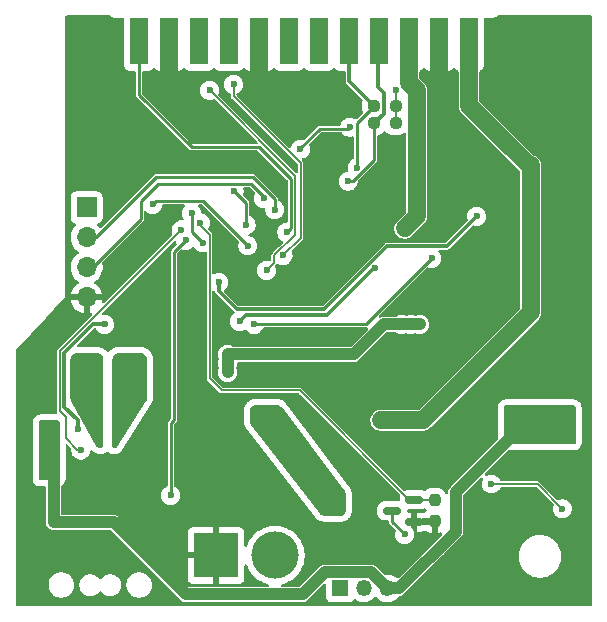
<source format=gbl>
%TF.GenerationSoftware,KiCad,Pcbnew,9.0.0-9.0.0-2~ubuntu24.04.1*%
%TF.CreationDate,2025-02-26T14:58:08+01:00*%
%TF.ProjectId,SupplyBoard,53757070-6c79-4426-9f61-72642e6b6963,rev?*%
%TF.SameCoordinates,Original*%
%TF.FileFunction,Copper,L2,Bot*%
%TF.FilePolarity,Positive*%
%FSLAX46Y46*%
G04 Gerber Fmt 4.6, Leading zero omitted, Abs format (unit mm)*
G04 Created by KiCad (PCBNEW 9.0.0-9.0.0-2~ubuntu24.04.1) date 2025-02-26 14:58:08*
%MOMM*%
%LPD*%
G01*
G04 APERTURE LIST*
G04 Aperture macros list*
%AMRoundRect*
0 Rectangle with rounded corners*
0 $1 Rounding radius*
0 $2 $3 $4 $5 $6 $7 $8 $9 X,Y pos of 4 corners*
0 Add a 4 corners polygon primitive as box body*
4,1,4,$2,$3,$4,$5,$6,$7,$8,$9,$2,$3,0*
0 Add four circle primitives for the rounded corners*
1,1,$1+$1,$2,$3*
1,1,$1+$1,$4,$5*
1,1,$1+$1,$6,$7*
1,1,$1+$1,$8,$9*
0 Add four rect primitives between the rounded corners*
20,1,$1+$1,$2,$3,$4,$5,0*
20,1,$1+$1,$4,$5,$6,$7,0*
20,1,$1+$1,$6,$7,$8,$9,0*
20,1,$1+$1,$8,$9,$2,$3,0*%
G04 Aperture macros list end*
%TA.AperFunction,ComponentPad*%
%ADD10R,1.350000X1.350000*%
%TD*%
%TA.AperFunction,ComponentPad*%
%ADD11O,1.350000X1.350000*%
%TD*%
%TA.AperFunction,ComponentPad*%
%ADD12R,1.700000X1.700000*%
%TD*%
%TA.AperFunction,ComponentPad*%
%ADD13O,1.700000X1.700000*%
%TD*%
%TA.AperFunction,ComponentPad*%
%ADD14R,3.800000X3.800000*%
%TD*%
%TA.AperFunction,ComponentPad*%
%ADD15C,4.000000*%
%TD*%
%TA.AperFunction,SMDPad,CuDef*%
%ADD16RoundRect,0.237500X-0.237500X0.250000X-0.237500X-0.250000X0.237500X-0.250000X0.237500X0.250000X0*%
%TD*%
%TA.AperFunction,SMDPad,CuDef*%
%ADD17R,1.500000X4.000000*%
%TD*%
%TA.AperFunction,SMDPad,CuDef*%
%ADD18RoundRect,0.237500X-0.250000X-0.237500X0.250000X-0.237500X0.250000X0.237500X-0.250000X0.237500X0*%
%TD*%
%TA.AperFunction,SMDPad,CuDef*%
%ADD19RoundRect,0.150000X0.587500X0.150000X-0.587500X0.150000X-0.587500X-0.150000X0.587500X-0.150000X0*%
%TD*%
%TA.AperFunction,ViaPad*%
%ADD20C,0.600000*%
%TD*%
%TA.AperFunction,Conductor*%
%ADD21C,1.500000*%
%TD*%
%TA.AperFunction,Conductor*%
%ADD22C,0.200000*%
%TD*%
%TA.AperFunction,Conductor*%
%ADD23C,0.250000*%
%TD*%
%TA.AperFunction,Conductor*%
%ADD24C,0.300000*%
%TD*%
%TA.AperFunction,Conductor*%
%ADD25C,1.000000*%
%TD*%
G04 APERTURE END LIST*
D10*
%TO.P,SW2,1,B*%
%TO.N,/BATT_INPUT*%
X180479200Y-99314000D03*
D11*
%TO.P,SW2,2,C*%
%TO.N,unconnected-(SW2-C-Pad2)*%
X182479200Y-99314000D03*
%TO.P,SW2,3,A*%
%TO.N,/Controlador/BATT_INPUT*%
X184479200Y-99314000D03*
%TD*%
D12*
%TO.P,J2,1,Pin_1*%
%TO.N,+3.3V*%
X159004000Y-67056000D03*
D13*
%TO.P,J2,2,Pin_2*%
%TO.N,/Controlador/SWDIO*%
X159004000Y-69596000D03*
%TO.P,J2,3,Pin_3*%
%TO.N,/Controlador/SWCLK*%
X159004000Y-72136000D03*
%TO.P,J2,4,Pin_4*%
%TO.N,GND*%
X159004000Y-74676000D03*
%TD*%
D14*
%TO.P,J1,1,Pin_1*%
%TO.N,GND*%
X169966000Y-96520000D03*
D15*
%TO.P,J1,2,Pin_2*%
%TO.N,/CurrentSense_Lipo/V_IN_{1}*%
X174966000Y-96520000D03*
%TD*%
D16*
%TO.P,R15,1*%
%TO.N,/BYPASS_EN*%
X188468000Y-91797500D03*
%TO.P,R15,2*%
%TO.N,GND*%
X188468000Y-93622500D03*
%TD*%
D17*
%TO.P,J3,1,BYPASS*%
%TO.N,/BATT_BYPASS*%
X191390000Y-53000000D03*
%TO.P,J3,3,GND*%
%TO.N,GND*%
X188850000Y-53000000D03*
%TO.P,J3,5,5V*%
%TO.N,+5V*%
X186310000Y-53000000D03*
%TO.P,J3,7,SDA_0*%
%TO.N,/I2C0_SDA*%
X183770000Y-53000000D03*
%TO.P,J3,9,SCL_0*%
%TO.N,/I2C0_SCL*%
X181230000Y-53000000D03*
%TO.P,J3,11,IO0*%
%TO.N,unconnected-(J3-IO0-Pad11)*%
X178690000Y-53000000D03*
%TO.P,J3,13,IO2*%
%TO.N,unconnected-(J3-IO2-Pad13)*%
X176150000Y-53000000D03*
%TO.P,J3,15,GND*%
%TO.N,GND*%
X173610000Y-53000000D03*
%TO.P,J3,17,SDA_1*%
%TO.N,unconnected-(J3-SDA_1-Pad17)*%
X171070000Y-53000000D03*
%TO.P,J3,19,SCL_1*%
%TO.N,unconnected-(J3-SCL_1-Pad19)*%
X168530000Y-53000000D03*
%TO.P,J3,21,GND*%
%TO.N,GND*%
X165990000Y-53000000D03*
%TO.P,J3,23,CS1*%
%TO.N,/SPI.CS1*%
X163450000Y-53000000D03*
%TD*%
D18*
%TO.P,R23,1*%
%TO.N,/I2C0_SCL*%
X183341000Y-58449000D03*
%TO.P,R23,2*%
%TO.N,+3.3V*%
X185166000Y-58449000D03*
%TD*%
D19*
%TO.P,Q2,1,G*%
%TO.N,/BYPASS_EN*%
X186740800Y-91795600D03*
%TO.P,Q2,2,S*%
%TO.N,GND*%
X186740800Y-93695600D03*
%TO.P,Q2,3,D*%
%TO.N,Net-(Q1-G)*%
X184865800Y-92745600D03*
%TD*%
D18*
%TO.P,R22,1*%
%TO.N,/I2C0_SDA*%
X183341000Y-59944000D03*
%TO.P,R22,2*%
%TO.N,+3.3V*%
X185166000Y-59944000D03*
%TD*%
D20*
%TO.N,GND*%
X166751000Y-59817000D03*
X190881000Y-60833000D03*
X195580000Y-91694000D03*
X158798243Y-64073880D03*
X191008000Y-67310000D03*
X165735000Y-58801000D03*
X179324000Y-72910000D03*
X177038000Y-72898000D03*
X170688000Y-91948000D03*
X168148000Y-79502000D03*
X167386000Y-79502000D03*
X181356000Y-82804000D03*
X164811154Y-90643154D03*
X177038000Y-73660000D03*
X189738000Y-59944000D03*
X189915800Y-88747600D03*
X189915800Y-89636600D03*
X176276000Y-72898000D03*
X155956000Y-80264000D03*
X167386000Y-81026000D03*
X165608000Y-60960000D03*
X173610000Y-56388000D03*
X162081400Y-90181200D03*
X167259000Y-60325000D03*
X164846000Y-80264000D03*
X188595000Y-60833000D03*
X190677800Y-87223600D03*
X188595000Y-59944000D03*
X164846000Y-81026000D03*
X188595000Y-61722000D03*
X190677800Y-88239600D03*
X168148000Y-81026000D03*
X189915800Y-86715600D03*
X196342000Y-91694000D03*
X164592000Y-59944000D03*
X179324000Y-78442000D03*
X163847983Y-93018046D03*
X174498000Y-57404000D03*
X190881000Y-61722000D03*
X165608000Y-79502000D03*
X176276000Y-73660000D03*
X179832000Y-88392000D03*
X179324000Y-73660000D03*
X165608000Y-80264000D03*
X155956000Y-81026000D03*
X190754000Y-74168000D03*
X183896000Y-81534000D03*
X189738000Y-60833000D03*
X166243000Y-59309000D03*
X183896000Y-83312000D03*
X155956000Y-79502000D03*
X164846000Y-79502000D03*
X161700400Y-89038200D03*
X199287200Y-81177200D03*
X167644000Y-91944000D03*
X189738000Y-61722000D03*
X168148000Y-80264000D03*
X177824000Y-72910000D03*
X178574000Y-72910000D03*
X175006000Y-57912000D03*
X166116000Y-61468000D03*
X167386000Y-80264000D03*
X165100000Y-60452000D03*
X159004000Y-88638200D03*
X178193200Y-94107000D03*
X189915800Y-87731600D03*
X161700400Y-89673200D03*
X165608000Y-81026000D03*
X178574000Y-73660000D03*
X173990000Y-56896000D03*
X166291243Y-67121880D03*
X177824000Y-73660000D03*
%TO.N,/SPI.MISO*%
X169418000Y-57150000D03*
X174244000Y-72390000D03*
%TO.N,/SPI.CS1*%
X175943243Y-69153880D03*
%TO.N,/SPI.SCK*%
X171498243Y-65638880D03*
X172514243Y-68518880D03*
%TO.N,/SPI.CS0*%
X172641243Y-70296880D03*
X164592000Y-66802000D03*
%TO.N,/SPI.MOSI*%
X171450000Y-56642000D03*
X175641000Y-71120000D03*
%TO.N,/I2C0_SCL*%
X181912243Y-63692880D03*
%TO.N,/BATT_BYPASS*%
X193342243Y-60390880D03*
X194358243Y-61406880D03*
X194866243Y-61914880D03*
X183896000Y-85090000D03*
X191691243Y-58739880D03*
X184658000Y-85090000D03*
X185420000Y-85090000D03*
X192770743Y-59819380D03*
X193850243Y-60898880D03*
X192199243Y-59247880D03*
%TO.N,/I2C0_SDA*%
X181150243Y-64835880D03*
%TO.N,+5V*%
X171958000Y-76708000D03*
X183415001Y-72163001D03*
X185928000Y-68834000D03*
%TO.N,+3.3V*%
X168831243Y-70042880D03*
X185166000Y-57150000D03*
X167894000Y-67564000D03*
%TO.N,/Controlador/BATT_INPUT*%
X195072000Y-84709000D03*
X197358000Y-84709000D03*
X156239400Y-87006200D03*
X195834000Y-85344000D03*
X156239400Y-87641200D03*
X196596000Y-84709000D03*
X155477400Y-86371200D03*
X198882000Y-84709000D03*
X197358000Y-85344000D03*
X160528000Y-76962000D03*
X195072000Y-85344000D03*
X199644000Y-85344000D03*
X155477400Y-87006200D03*
X156239400Y-85736200D03*
X155477400Y-85736200D03*
X156239400Y-86371200D03*
X198120000Y-84709000D03*
X155477400Y-87641200D03*
X158242000Y-85852000D03*
X195834000Y-84709000D03*
X198882000Y-85344000D03*
X198120000Y-85344000D03*
X196596000Y-85344000D03*
X199644000Y-84709000D03*
%TO.N,/LIPO_TO_5V/5V_OUT*%
X185674000Y-76962000D03*
X187198000Y-76962000D03*
X170942000Y-81026000D03*
X170942000Y-79502000D03*
X170942000Y-80264000D03*
X186436000Y-76962000D03*
%TO.N,/I_{3v3}_SENSE*%
X192024000Y-67818000D03*
X170180000Y-73406000D03*
%TO.N,/I_{5v}_SENSE*%
X173184000Y-76962000D03*
X188214000Y-71374000D03*
%TO.N,/Controlador/~{RESET}*%
X167386000Y-69850000D03*
X166116000Y-91440000D03*
%TO.N,Net-(U3-EN)*%
X193280721Y-90475142D03*
X199288400Y-92557600D03*
%TO.N,/Controlador/SWCLK*%
X173990000Y-66294000D03*
%TO.N,/Controlador/SWDIO*%
X174927243Y-67248880D03*
%TO.N,/Controlador/UART_TX*%
X181277243Y-60263880D03*
X177114062Y-62122000D03*
%TO.N,Net-(L1--)*%
X163576000Y-79767200D03*
X161798000Y-85720600D03*
X163576000Y-82307200D03*
X163576000Y-81037200D03*
X163576000Y-81672200D03*
X163576000Y-82942200D03*
X163576000Y-80402200D03*
%TO.N,Net-(L1-+)*%
X158115000Y-81037200D03*
X158115000Y-81672200D03*
X158115000Y-80402200D03*
X159547601Y-85720600D03*
X158115000Y-82942200D03*
X158115000Y-82307200D03*
X158115000Y-79767200D03*
%TO.N,/BATT_INPUT*%
X174853349Y-84276351D03*
X175615349Y-85038351D03*
X180441349Y-92150351D03*
X179425349Y-92150351D03*
X180441349Y-91388351D03*
X173329349Y-84276351D03*
X179933349Y-90880351D03*
X173329349Y-85038351D03*
X174853349Y-85038351D03*
X179425349Y-91388351D03*
X174091349Y-85038351D03*
X174091349Y-84276351D03*
X179933349Y-92658351D03*
%TO.N,Net-(Q1-G)*%
X185928000Y-94742000D03*
%TO.N,/BYPASS_EN*%
X168642674Y-68343078D03*
%TO.N,/Controlador/5V_ENABLE*%
X158510987Y-87601734D03*
X167005000Y-68961000D03*
%TD*%
D21*
%TO.N,GND*%
X173610000Y-56516000D02*
X175006000Y-57912000D01*
X173610000Y-53400000D02*
X173610000Y-56516000D01*
X165990000Y-57024000D02*
X166116000Y-57150000D01*
X165990000Y-53400000D02*
X165990000Y-57024000D01*
D22*
%TO.N,/SPI.MISO*%
X174879000Y-71120000D02*
X176629000Y-69370000D01*
X176629000Y-69370000D02*
X176629000Y-64361000D01*
X174879000Y-71755000D02*
X174879000Y-71120000D01*
X176629000Y-64361000D02*
X169418000Y-57150000D01*
X174244000Y-72390000D02*
X174879000Y-71755000D01*
D23*
%TO.N,/SPI.CS1*%
X176276000Y-68821123D02*
X176276000Y-64643000D01*
X175943243Y-69153880D02*
X176276000Y-68821123D01*
X173609000Y-61976000D02*
X167894000Y-61976000D01*
X176276000Y-64643000D02*
X173609000Y-61976000D01*
X167894000Y-61976000D02*
X163450000Y-57532000D01*
X163450000Y-57532000D02*
X163450000Y-53151880D01*
%TO.N,/SPI.SCK*%
X172514243Y-68518880D02*
X172514243Y-66654880D01*
X172514243Y-66654880D02*
X171498243Y-65638880D01*
%TO.N,/SPI.CS0*%
X164846000Y-66548000D02*
X164592000Y-66802000D01*
X168892363Y-66548000D02*
X164846000Y-66548000D01*
X172641243Y-70296880D02*
X168892363Y-66548000D01*
D22*
%TO.N,/SPI.MOSI*%
X171450000Y-57642705D02*
X171450000Y-56642000D01*
X175641000Y-71120000D02*
X177137000Y-69624000D01*
X177137000Y-69624000D02*
X177137000Y-63329705D01*
X177137000Y-63329705D02*
X171450000Y-57642705D01*
D24*
%TO.N,/I2C0_SCL*%
X181230000Y-56338000D02*
X181230000Y-53151880D01*
X183341000Y-58449000D02*
X181230000Y-56338000D01*
D23*
X181912243Y-63692880D02*
X181912243Y-59877757D01*
X181912243Y-59877757D02*
X183341000Y-58449000D01*
D21*
%TO.N,/BATT_BYPASS*%
X196596000Y-63500000D02*
X196451363Y-63500000D01*
X196596000Y-75946000D02*
X196596000Y-63500000D01*
X191390000Y-53500000D02*
X191390000Y-58438637D01*
X183896000Y-85090000D02*
X187452000Y-85090000D01*
X196451363Y-63500000D02*
X191691243Y-58739880D01*
X187452000Y-85090000D02*
X196596000Y-75946000D01*
X191390000Y-58438637D02*
X194866243Y-61914880D01*
D24*
%TO.N,/I2C0_SDA*%
X184150000Y-57404000D02*
X183642000Y-56896000D01*
X183642000Y-56896000D02*
X183642000Y-53279880D01*
X183341000Y-59944000D02*
X184150000Y-59135000D01*
X183642000Y-53279880D02*
X183770000Y-53151880D01*
X184150000Y-59135000D02*
X184150000Y-57404000D01*
D23*
X181551304Y-64835880D02*
X183341000Y-63046184D01*
X183341000Y-63046184D02*
X183341000Y-59944000D01*
X181150243Y-64835880D02*
X181551304Y-64835880D01*
D21*
%TO.N,+5V*%
X186310000Y-53151880D02*
X186310000Y-56516000D01*
D24*
X183360999Y-72163001D02*
X183415001Y-72163001D01*
D21*
X186944000Y-67818000D02*
X185928000Y-68834000D01*
X186310000Y-56516000D02*
X186944000Y-57150000D01*
D24*
X171958000Y-76708000D02*
X172466000Y-76200000D01*
X179324000Y-76200000D02*
X183360999Y-72163001D01*
D21*
X186944000Y-57150000D02*
X186944000Y-67818000D01*
D24*
X172466000Y-76200000D02*
X179324000Y-76200000D01*
D23*
%TO.N,+3.3V*%
X167894000Y-67564000D02*
X167894000Y-69105637D01*
X167894000Y-69105637D02*
X168831243Y-70042880D01*
D22*
X185166000Y-58449000D02*
X185166000Y-57150000D01*
X185166000Y-59944000D02*
X185166000Y-58449000D01*
D25*
%TO.N,/Controlador/BATT_INPUT*%
X179176000Y-97938000D02*
X177292000Y-99822000D01*
X190246000Y-91186000D02*
X194818000Y-86614000D01*
D24*
X159538572Y-76962000D02*
X160528000Y-76962000D01*
D25*
X184479200Y-99314000D02*
X185433794Y-99314000D01*
D24*
X158242000Y-85093000D02*
X158242000Y-85852000D01*
X157099000Y-79401572D02*
X159538572Y-76962000D01*
X157099000Y-83666427D02*
X157099000Y-79401572D01*
D25*
X156210000Y-89916000D02*
X155702000Y-89408000D01*
D24*
X157099000Y-83666427D02*
X157099000Y-83950000D01*
D25*
X183103200Y-97938000D02*
X179176000Y-97938000D01*
X185433794Y-99314000D02*
X190246000Y-94501794D01*
X194818000Y-86614000D02*
X195326000Y-86614000D01*
X167386000Y-99822000D02*
X161290000Y-93726000D01*
X184479200Y-99314000D02*
X183103200Y-97938000D01*
X156210000Y-91186000D02*
X156210000Y-89916000D01*
X161290000Y-93726000D02*
X156210000Y-93726000D01*
X190246000Y-94501794D02*
X190246000Y-91186000D01*
D24*
X157099000Y-83950000D02*
X158242000Y-85093000D01*
D25*
X177292000Y-99822000D02*
X167386000Y-99822000D01*
X156210000Y-93726000D02*
X156210000Y-91186000D01*
D24*
X158242000Y-85852000D02*
X158242000Y-85217000D01*
D25*
%TO.N,/LIPO_TO_5V/5V_OUT*%
X170942000Y-80264000D02*
X170942000Y-81026000D01*
X181610000Y-79502000D02*
X184150000Y-76962000D01*
X170942000Y-79502000D02*
X181610000Y-79502000D01*
X184150000Y-76962000D02*
X187198000Y-76962000D01*
X170942000Y-79502000D02*
X170942000Y-80264000D01*
D24*
%TO.N,/I_{3v3}_SENSE*%
X171704000Y-75692000D02*
X170180000Y-74168000D01*
X179070000Y-75692000D02*
X171704000Y-75692000D01*
X189484000Y-70358000D02*
X184404000Y-70358000D01*
X184404000Y-70358000D02*
X179070000Y-75692000D01*
X170180000Y-74168000D02*
X170180000Y-73406000D01*
X192024000Y-67818000D02*
X189484000Y-70358000D01*
D23*
%TO.N,/I_{5v}_SENSE*%
X182626000Y-76962000D02*
X188214000Y-71374000D01*
X173184000Y-76962000D02*
X182626000Y-76962000D01*
%TO.N,/Controlador/~{RESET}*%
X166116000Y-91440000D02*
X166116000Y-85344000D01*
X167386000Y-69850000D02*
X166370000Y-70866000D01*
X166370000Y-70866000D02*
X166370000Y-85090000D01*
X166116000Y-85344000D02*
X166370000Y-85090000D01*
D22*
%TO.N,Net-(U3-EN)*%
X197205942Y-90475142D02*
X199288400Y-92557600D01*
X193280721Y-90475142D02*
X197205942Y-90475142D01*
D23*
%TO.N,/Controlador/SWCLK*%
X163576000Y-68072000D02*
X159512000Y-72136000D01*
X173990000Y-66167000D02*
X172908880Y-65085880D01*
X165038120Y-65085880D02*
X163576000Y-66548000D01*
X172908880Y-65085880D02*
X165038120Y-65085880D01*
X173990000Y-66294000D02*
X173990000Y-66167000D01*
X163576000Y-66548000D02*
X163576000Y-68072000D01*
X159512000Y-72136000D02*
X159004000Y-72136000D01*
%TO.N,/Controlador/SWDIO*%
X173101000Y-64516000D02*
X164846000Y-64516000D01*
X164846000Y-64516000D02*
X159766000Y-69596000D01*
X159766000Y-69596000D02*
X159004000Y-69596000D01*
X174927243Y-67248880D02*
X174927243Y-66342243D01*
X174927243Y-66342243D02*
X173101000Y-64516000D01*
%TO.N,/Controlador/UART_TX*%
X177114062Y-62122000D02*
X177114062Y-62052062D01*
X177114062Y-62052062D02*
X178775244Y-60390880D01*
X181150243Y-60390880D02*
X181277243Y-60263880D01*
X178775244Y-60390880D02*
X181150243Y-60390880D01*
%TO.N,Net-(Q1-G)*%
X185928000Y-94742000D02*
X184865800Y-93679800D01*
X184865800Y-93679800D02*
X184865800Y-92745600D01*
D22*
%TO.N,/BYPASS_EN*%
X177038000Y-82550000D02*
X186283600Y-91795600D01*
X186742700Y-91797500D02*
X186740800Y-91795600D01*
X168642674Y-68343078D02*
X168642674Y-68584311D01*
X188468000Y-91797500D02*
X186742700Y-91797500D01*
X168642674Y-68584311D02*
X169418000Y-69359637D01*
X170434000Y-82550000D02*
X177038000Y-82550000D01*
X169418000Y-69359637D02*
X169418000Y-81534000D01*
X169418000Y-81534000D02*
X170434000Y-82550000D01*
X186283600Y-91795600D02*
X186740800Y-91795600D01*
%TO.N,/Controlador/5V_ENABLE*%
X156718000Y-84328000D02*
X157226000Y-84836000D01*
X157226000Y-86614000D02*
X158213734Y-87601734D01*
X156718000Y-79248000D02*
X156718000Y-84328000D01*
X167005000Y-68961000D02*
X156718000Y-79248000D01*
X157226000Y-84836000D02*
X157226000Y-86614000D01*
X158213734Y-87601734D02*
X158510987Y-87601734D01*
%TD*%
%TA.AperFunction,Conductor*%
%TO.N,GND*%
G36*
X189624565Y-58704550D02*
G01*
X193040000Y-62484000D01*
X188100565Y-62468842D01*
X188100565Y-51000500D01*
X189624565Y-51000500D01*
X189624565Y-58704550D01*
G37*
%TD.AperFunction*%
%TD*%
%TA.AperFunction,Conductor*%
%TO.N,GND*%
G36*
X166485641Y-69873277D02*
G01*
X166514878Y-69875368D01*
X166519705Y-69878981D01*
X166525649Y-69879977D01*
X166547346Y-69899674D01*
X166570811Y-69917240D01*
X166573609Y-69923516D01*
X166577381Y-69926940D01*
X166591297Y-69959375D01*
X166592361Y-69963337D01*
X166616263Y-70083497D01*
X166640123Y-70141101D01*
X166642220Y-70148906D01*
X166641591Y-70176077D01*
X166644497Y-70203099D01*
X166640796Y-70210492D01*
X166640605Y-70218757D01*
X166618451Y-70255128D01*
X166613221Y-70265578D01*
X166611445Y-70266631D01*
X166610148Y-70268762D01*
X166226970Y-70651941D01*
X166155942Y-70722968D01*
X166155941Y-70722969D01*
X166117500Y-70815773D01*
X166117500Y-84934049D01*
X166097815Y-85001088D01*
X166081181Y-85021730D01*
X165901942Y-85200968D01*
X165901941Y-85200969D01*
X165863500Y-85293773D01*
X165863500Y-90595279D01*
X165843815Y-90662318D01*
X165791011Y-90708073D01*
X165786954Y-90709840D01*
X165736820Y-90730606D01*
X165736814Y-90730609D01*
X165605711Y-90818210D01*
X165605707Y-90818213D01*
X165494213Y-90929707D01*
X165494210Y-90929711D01*
X165406609Y-91060814D01*
X165406602Y-91060827D01*
X165346264Y-91206498D01*
X165346261Y-91206510D01*
X165315500Y-91361153D01*
X165315500Y-91518846D01*
X165346261Y-91673489D01*
X165346264Y-91673501D01*
X165406602Y-91819172D01*
X165406609Y-91819185D01*
X165494210Y-91950288D01*
X165494213Y-91950292D01*
X165605707Y-92061786D01*
X165605711Y-92061789D01*
X165736814Y-92149390D01*
X165736827Y-92149397D01*
X165882498Y-92209735D01*
X165882503Y-92209737D01*
X166037153Y-92240499D01*
X166037156Y-92240500D01*
X166037158Y-92240500D01*
X166194844Y-92240500D01*
X166194845Y-92240499D01*
X166349497Y-92209737D01*
X166495179Y-92149394D01*
X166626289Y-92061789D01*
X166737789Y-91950289D01*
X166825394Y-91819179D01*
X166885737Y-91673497D01*
X166916500Y-91518842D01*
X166916500Y-91361158D01*
X166916500Y-91361155D01*
X166916499Y-91361153D01*
X166885737Y-91206503D01*
X166876638Y-91184536D01*
X166825397Y-91060827D01*
X166825390Y-91060814D01*
X166737789Y-90929711D01*
X166737786Y-90929707D01*
X166626292Y-90818213D01*
X166626288Y-90818210D01*
X166495185Y-90730609D01*
X166495179Y-90730606D01*
X166445046Y-90709840D01*
X166390643Y-90665998D01*
X166368579Y-90599704D01*
X166368500Y-90595279D01*
X166368500Y-85499951D01*
X166388185Y-85432912D01*
X166404819Y-85412270D01*
X166475378Y-85341711D01*
X166584059Y-85233030D01*
X166622500Y-85140225D01*
X166622500Y-85039775D01*
X166622500Y-84276490D01*
X172315849Y-84276490D01*
X172315849Y-85111183D01*
X172317561Y-85152764D01*
X172319240Y-85173103D01*
X172324366Y-85214392D01*
X172337561Y-85293775D01*
X172346193Y-85345710D01*
X172362978Y-85412270D01*
X172366529Y-85426348D01*
X172379676Y-85464807D01*
X172379680Y-85464819D01*
X172412964Y-85541032D01*
X172444530Y-85599631D01*
X172476096Y-85658232D01*
X172487036Y-85676681D01*
X172497334Y-85694046D01*
X172508440Y-85711128D01*
X172532536Y-85745049D01*
X178361740Y-93274437D01*
X178386376Y-93303875D01*
X178398986Y-93317832D01*
X178399001Y-93317847D01*
X178425820Y-93345350D01*
X178514958Y-93430070D01*
X178514963Y-93430074D01*
X178514964Y-93430075D01*
X178574447Y-93478572D01*
X178601422Y-93497345D01*
X178605270Y-93500023D01*
X178671425Y-93538962D01*
X178740080Y-93572635D01*
X178773264Y-93588911D01*
X178773266Y-93588912D01*
X178808382Y-93602937D01*
X178844550Y-93617383D01*
X178844559Y-93617386D01*
X178844565Y-93617388D01*
X178880357Y-93628617D01*
X178880366Y-93628619D01*
X178880378Y-93628623D01*
X178950063Y-93644792D01*
X178955157Y-93645974D01*
X178955164Y-93645974D01*
X179076710Y-93664593D01*
X179114859Y-93668961D01*
X179133634Y-93670391D01*
X179133639Y-93670391D01*
X179133650Y-93670392D01*
X179172012Y-93671851D01*
X179172024Y-93671851D01*
X180441209Y-93671851D01*
X180441223Y-93671851D01*
X180474292Y-93670768D01*
X180490476Y-93669707D01*
X180523391Y-93666465D01*
X180628557Y-93652619D01*
X180693407Y-93639719D01*
X180724674Y-93631341D01*
X180787286Y-93610087D01*
X180877713Y-93572631D01*
X180937019Y-93543385D01*
X180965052Y-93527200D01*
X181020029Y-93490465D01*
X181097679Y-93430882D01*
X181147392Y-93387284D01*
X181170282Y-93364394D01*
X181213880Y-93314681D01*
X181273463Y-93237031D01*
X181310198Y-93182054D01*
X181326383Y-93154021D01*
X181355629Y-93094715D01*
X181393085Y-93004288D01*
X181414339Y-92941676D01*
X181422717Y-92910409D01*
X181435617Y-92845560D01*
X181449463Y-92740396D01*
X181452705Y-92707476D01*
X181453766Y-92691290D01*
X181454849Y-92658225D01*
X181454849Y-91312624D01*
X181453186Y-91271650D01*
X181451557Y-91251619D01*
X181446581Y-91210933D01*
X181446580Y-91210923D01*
X181425398Y-91081522D01*
X181425395Y-91081508D01*
X181425394Y-91081501D01*
X181408697Y-91011344D01*
X181398097Y-90977679D01*
X181393921Y-90967121D01*
X181392923Y-90964150D01*
X181390681Y-90958928D01*
X181371512Y-90910457D01*
X181371509Y-90910452D01*
X181368419Y-90904571D01*
X181368611Y-90904469D01*
X181362409Y-90893069D01*
X181360549Y-90888735D01*
X181360548Y-90888733D01*
X181299205Y-90772821D01*
X181278574Y-90737392D01*
X181278572Y-90737388D01*
X181267763Y-90720445D01*
X181259539Y-90708639D01*
X181244332Y-90686808D01*
X175983932Y-83752646D01*
X175919904Y-83668245D01*
X175895262Y-83638230D01*
X175882630Y-83623996D01*
X175882629Y-83623995D01*
X175882622Y-83623987D01*
X175855787Y-83595991D01*
X175855779Y-83595983D01*
X175766396Y-83509627D01*
X175729238Y-83478874D01*
X175706628Y-83460161D01*
X175706626Y-83460160D01*
X175691054Y-83449171D01*
X175675616Y-83438276D01*
X175675613Y-83438274D01*
X175675610Y-83438272D01*
X175608976Y-83398536D01*
X175608968Y-83398532D01*
X175506302Y-83347552D01*
X175442844Y-83321503D01*
X175442823Y-83321495D01*
X175439594Y-83320170D01*
X175433632Y-83318206D01*
X175433616Y-83318201D01*
X175406096Y-83309138D01*
X175406073Y-83309131D01*
X175406071Y-83309131D01*
X175406064Y-83309129D01*
X175406045Y-83309124D01*
X175403973Y-83308600D01*
X175403973Y-83308601D01*
X175399734Y-83307531D01*
X175399747Y-83307494D01*
X175398040Y-83306953D01*
X175389628Y-83304980D01*
X175388615Y-83304725D01*
X175388590Y-83304719D01*
X175336587Y-83291597D01*
X175331923Y-83290939D01*
X175325023Y-83289645D01*
X175325023Y-83289649D01*
X175325014Y-83289647D01*
X175324997Y-83289737D01*
X175322671Y-83289284D01*
X175199831Y-83270262D01*
X175161272Y-83265800D01*
X175142305Y-83264341D01*
X175133176Y-83263990D01*
X175103523Y-83262851D01*
X173329475Y-83262851D01*
X173296408Y-83263934D01*
X173280207Y-83264996D01*
X173247306Y-83268236D01*
X173142152Y-83282080D01*
X173142150Y-83282080D01*
X173142145Y-83282081D01*
X173094304Y-83291597D01*
X173077296Y-83294980D01*
X173046041Y-83303354D01*
X173046033Y-83303356D01*
X172983425Y-83324607D01*
X172983401Y-83324616D01*
X172893015Y-83362054D01*
X172892979Y-83362071D01*
X172833673Y-83391317D01*
X172805645Y-83407500D01*
X172750674Y-83444230D01*
X172750646Y-83444251D01*
X172673015Y-83503820D01*
X172623286Y-83547433D01*
X172600431Y-83570288D01*
X172556818Y-83620017D01*
X172497236Y-83697664D01*
X172497225Y-83697679D01*
X172460498Y-83752646D01*
X172460486Y-83752665D01*
X172444309Y-83780687D01*
X172415069Y-83839982D01*
X172377615Y-83930404D01*
X172377611Y-83930415D01*
X172356357Y-83993026D01*
X172347979Y-84024295D01*
X172335079Y-84089151D01*
X172321236Y-84194300D01*
X172317993Y-84227218D01*
X172316932Y-84243407D01*
X172315849Y-84276490D01*
X166622500Y-84276490D01*
X166622500Y-71021950D01*
X166642185Y-70954911D01*
X166658815Y-70934273D01*
X166967238Y-70625849D01*
X167028559Y-70592366D01*
X167098250Y-70597350D01*
X167102366Y-70598970D01*
X167152503Y-70619737D01*
X167152506Y-70619737D01*
X167152511Y-70619739D01*
X167307153Y-70650499D01*
X167307156Y-70650500D01*
X167307158Y-70650500D01*
X167464844Y-70650500D01*
X167464845Y-70650499D01*
X167619497Y-70619737D01*
X167765179Y-70559394D01*
X167896289Y-70471789D01*
X167944580Y-70423498D01*
X168005903Y-70390012D01*
X168075594Y-70394996D01*
X168131528Y-70436867D01*
X168135364Y-70442287D01*
X168209453Y-70553168D01*
X168209456Y-70553172D01*
X168320950Y-70664666D01*
X168320954Y-70664669D01*
X168452057Y-70752270D01*
X168452070Y-70752277D01*
X168594738Y-70811371D01*
X168597746Y-70812617D01*
X168738943Y-70840703D01*
X168752396Y-70843379D01*
X168752399Y-70843380D01*
X168752401Y-70843380D01*
X168910087Y-70843380D01*
X169042308Y-70817079D01*
X169111900Y-70823306D01*
X169167077Y-70866169D01*
X169190322Y-70932058D01*
X169190500Y-70938696D01*
X169190500Y-81488747D01*
X169190500Y-81579253D01*
X169225135Y-81662868D01*
X169225136Y-81662869D01*
X170305132Y-82742866D01*
X170305134Y-82742868D01*
X170369801Y-82769652D01*
X170388747Y-82777500D01*
X170479253Y-82777500D01*
X176892405Y-82777500D01*
X176959444Y-82797185D01*
X176980086Y-82813819D01*
X185499681Y-91333415D01*
X185533166Y-91394738D01*
X185531076Y-91455691D01*
X185505702Y-91543026D01*
X185505701Y-91543032D01*
X185502800Y-91579898D01*
X185502800Y-91821100D01*
X185483115Y-91888139D01*
X185430311Y-91933894D01*
X185378800Y-91945100D01*
X184212598Y-91945100D01*
X184175732Y-91948001D01*
X184175726Y-91948002D01*
X184017906Y-91993854D01*
X184017903Y-91993855D01*
X183876437Y-92077517D01*
X183876429Y-92077523D01*
X183760223Y-92193729D01*
X183760217Y-92193737D01*
X183676555Y-92335203D01*
X183676554Y-92335206D01*
X183630702Y-92493026D01*
X183630701Y-92493032D01*
X183627800Y-92529898D01*
X183627800Y-92961301D01*
X183630701Y-92998167D01*
X183630702Y-92998173D01*
X183676554Y-93155993D01*
X183676555Y-93155996D01*
X183676556Y-93155998D01*
X183707369Y-93208100D01*
X183760217Y-93297462D01*
X183760223Y-93297470D01*
X183876429Y-93413676D01*
X183876433Y-93413679D01*
X183876435Y-93413681D01*
X184017902Y-93497344D01*
X184059524Y-93509436D01*
X184175726Y-93543197D01*
X184175729Y-93543197D01*
X184175731Y-93543198D01*
X184212606Y-93546100D01*
X184489300Y-93546100D01*
X184556339Y-93565785D01*
X184602094Y-93618589D01*
X184613300Y-93670100D01*
X184613300Y-93730026D01*
X184651741Y-93822830D01*
X185152147Y-94323236D01*
X185185632Y-94384559D01*
X185180648Y-94454251D01*
X185179028Y-94458367D01*
X185158264Y-94508497D01*
X185158261Y-94508505D01*
X185127500Y-94663153D01*
X185127500Y-94820846D01*
X185158261Y-94975489D01*
X185158264Y-94975501D01*
X185218602Y-95121172D01*
X185218609Y-95121185D01*
X185306210Y-95252288D01*
X185306213Y-95252292D01*
X185417707Y-95363786D01*
X185417711Y-95363789D01*
X185548814Y-95451390D01*
X185548827Y-95451397D01*
X185694498Y-95511735D01*
X185694503Y-95511737D01*
X185849153Y-95542499D01*
X185849156Y-95542500D01*
X185849158Y-95542500D01*
X186006844Y-95542500D01*
X186006845Y-95542499D01*
X186161497Y-95511737D01*
X186307179Y-95451394D01*
X186438289Y-95363789D01*
X186549789Y-95252289D01*
X186637394Y-95121179D01*
X186697737Y-94975497D01*
X186728500Y-94820842D01*
X186728500Y-94663158D01*
X186728500Y-94663155D01*
X186728499Y-94663153D01*
X186717926Y-94609998D01*
X186697737Y-94508503D01*
X186697735Y-94508497D01*
X186637397Y-94362827D01*
X186637390Y-94362814D01*
X186549789Y-94231711D01*
X186549786Y-94231707D01*
X186527119Y-94209040D01*
X186512415Y-94182112D01*
X186495823Y-94156294D01*
X186494931Y-94150093D01*
X186493634Y-94147717D01*
X186490800Y-94121359D01*
X186490800Y-93945600D01*
X186990800Y-93945600D01*
X186990800Y-94495600D01*
X187393934Y-94495600D01*
X187393949Y-94495599D01*
X187430789Y-94492700D01*
X187430795Y-94492699D01*
X187588493Y-94446883D01*
X187588496Y-94446882D01*
X187614666Y-94431405D01*
X187682389Y-94414220D01*
X187748652Y-94436378D01*
X187765471Y-94450454D01*
X187769961Y-94454944D01*
X187769965Y-94454947D01*
X187916688Y-94545448D01*
X187916699Y-94545453D01*
X188080347Y-94599680D01*
X188181352Y-94609999D01*
X188218000Y-94609999D01*
X188218000Y-93872500D01*
X188108300Y-93872500D01*
X188071981Y-93908819D01*
X188068891Y-93905729D01*
X188035811Y-93934394D01*
X187984300Y-93945600D01*
X186990800Y-93945600D01*
X186490800Y-93945600D01*
X186490800Y-92895600D01*
X186227800Y-92895600D01*
X186219114Y-92893049D01*
X186210153Y-92894338D01*
X186186112Y-92883359D01*
X186160761Y-92875915D01*
X186154833Y-92869074D01*
X186146597Y-92865313D01*
X186132307Y-92843078D01*
X186115006Y-92823111D01*
X186112718Y-92812596D01*
X186108823Y-92806535D01*
X186103800Y-92771600D01*
X186103800Y-92720100D01*
X186123485Y-92653061D01*
X186176289Y-92607306D01*
X186227800Y-92596100D01*
X187393986Y-92596100D01*
X187393994Y-92596100D01*
X187430869Y-92593198D01*
X187588698Y-92547344D01*
X187588700Y-92547342D01*
X187594179Y-92545751D01*
X187607473Y-92545788D01*
X187619929Y-92541143D01*
X187641734Y-92545886D01*
X187664049Y-92545950D01*
X187676732Y-92553499D01*
X187688202Y-92555995D01*
X187716456Y-92577146D01*
X187761982Y-92622672D01*
X187795467Y-92683995D01*
X187790483Y-92753687D01*
X187761982Y-92798035D01*
X187661429Y-92898587D01*
X187600105Y-92932071D01*
X187539154Y-92929982D01*
X187430789Y-92898499D01*
X187393949Y-92895600D01*
X186990800Y-92895600D01*
X186990800Y-93445600D01*
X187363000Y-93445600D01*
X187399319Y-93409281D01*
X187402408Y-93412370D01*
X187435489Y-93383706D01*
X187487000Y-93372500D01*
X188344000Y-93372500D01*
X188411039Y-93392185D01*
X188456794Y-93444989D01*
X188468000Y-93496500D01*
X188468000Y-93622500D01*
X188594000Y-93622500D01*
X188661039Y-93642185D01*
X188706794Y-93694989D01*
X188718000Y-93746500D01*
X188718000Y-94609999D01*
X188754640Y-94609999D01*
X188754654Y-94609998D01*
X188855650Y-94599681D01*
X188964783Y-94563517D01*
X189034611Y-94561115D01*
X189094654Y-94596846D01*
X189125847Y-94659366D01*
X189118287Y-94728826D01*
X189091469Y-94768904D01*
X185431672Y-98428702D01*
X185370349Y-98462187D01*
X185300657Y-98457203D01*
X185256310Y-98428702D01*
X185244989Y-98417381D01*
X185244987Y-98417379D01*
X185095296Y-98308622D01*
X185095263Y-98308605D01*
X184930435Y-98224620D01*
X184930432Y-98224619D01*
X184754465Y-98167445D01*
X184594241Y-98142068D01*
X184571714Y-98138500D01*
X184386686Y-98138500D01*
X184386681Y-98138500D01*
X184280260Y-98155355D01*
X184210967Y-98146400D01*
X184173182Y-98120563D01*
X183503211Y-97450591D01*
X183503210Y-97450590D01*
X183430048Y-97401705D01*
X183430046Y-97401704D01*
X183424576Y-97398049D01*
X183400433Y-97381917D01*
X183366984Y-97368062D01*
X183361806Y-97365917D01*
X183361802Y-97365915D01*
X183286235Y-97334614D01*
X183286227Y-97334612D01*
X183165007Y-97310500D01*
X183165003Y-97310500D01*
X179237803Y-97310500D01*
X179114196Y-97310500D01*
X179114194Y-97310500D01*
X178992970Y-97334613D01*
X178992960Y-97334616D01*
X178878773Y-97381913D01*
X178878760Y-97381920D01*
X178775992Y-97450588D01*
X178775988Y-97450591D01*
X177068400Y-99158181D01*
X177007077Y-99191666D01*
X176980719Y-99194500D01*
X175585926Y-99194500D01*
X175518887Y-99174815D01*
X175473132Y-99122011D01*
X175463188Y-99052853D01*
X175492213Y-98989297D01*
X175550991Y-98951523D01*
X175558334Y-98949609D01*
X175596740Y-98940843D01*
X175659318Y-98926560D01*
X175924408Y-98833801D01*
X176177445Y-98711945D01*
X176415248Y-98562523D01*
X176634825Y-98387416D01*
X176833416Y-98188825D01*
X177008523Y-97969248D01*
X177157945Y-97731445D01*
X177279801Y-97478408D01*
X177372560Y-97213318D01*
X177435055Y-96939509D01*
X177466500Y-96660425D01*
X177466500Y-96379575D01*
X177451674Y-96247986D01*
X177435057Y-96100505D01*
X177435054Y-96100487D01*
X177372560Y-95826682D01*
X177372556Y-95826670D01*
X177332194Y-95711324D01*
X177279801Y-95561592D01*
X177157945Y-95308555D01*
X177008523Y-95070752D01*
X176833416Y-94851175D01*
X176634825Y-94652584D01*
X176415248Y-94477477D01*
X176232775Y-94362821D01*
X176177442Y-94328053D01*
X175924411Y-94206200D01*
X175659329Y-94113443D01*
X175659317Y-94113439D01*
X175385512Y-94050945D01*
X175385494Y-94050942D01*
X175106431Y-94019500D01*
X175106425Y-94019500D01*
X174825575Y-94019500D01*
X174825568Y-94019500D01*
X174546505Y-94050942D01*
X174546487Y-94050945D01*
X174272682Y-94113439D01*
X174272670Y-94113443D01*
X174007588Y-94206200D01*
X173754557Y-94328053D01*
X173516753Y-94477476D01*
X173297175Y-94652583D01*
X173098583Y-94851175D01*
X172923476Y-95070753D01*
X172774053Y-95308557D01*
X172652200Y-95561588D01*
X172607041Y-95690645D01*
X172566319Y-95747421D01*
X172501367Y-95773168D01*
X172432805Y-95759712D01*
X172382402Y-95711324D01*
X172366000Y-95649690D01*
X172366000Y-94572172D01*
X172365999Y-94572155D01*
X172359598Y-94512627D01*
X172359596Y-94512620D01*
X172309354Y-94377913D01*
X172309350Y-94377906D01*
X172223190Y-94262812D01*
X172223187Y-94262809D01*
X172108093Y-94176649D01*
X172108086Y-94176645D01*
X171973379Y-94126403D01*
X171973372Y-94126401D01*
X171913844Y-94120000D01*
X170216000Y-94120000D01*
X170216000Y-95192768D01*
X170072247Y-95170000D01*
X169859753Y-95170000D01*
X169716000Y-95192768D01*
X169716000Y-94120000D01*
X168018155Y-94120000D01*
X167958627Y-94126401D01*
X167958620Y-94126403D01*
X167823913Y-94176645D01*
X167823906Y-94176649D01*
X167708812Y-94262809D01*
X167708809Y-94262812D01*
X167622649Y-94377906D01*
X167622645Y-94377913D01*
X167572403Y-94512620D01*
X167572401Y-94512627D01*
X167566000Y-94572155D01*
X167566000Y-96270000D01*
X168638769Y-96270000D01*
X168616000Y-96413753D01*
X168616000Y-96626247D01*
X168638769Y-96770000D01*
X167566000Y-96770000D01*
X167566000Y-98467844D01*
X167572401Y-98527372D01*
X167572403Y-98527379D01*
X167622645Y-98662086D01*
X167622649Y-98662093D01*
X167708809Y-98777187D01*
X167708812Y-98777190D01*
X167823906Y-98863350D01*
X167823913Y-98863354D01*
X167958620Y-98913596D01*
X167958627Y-98913598D01*
X168018155Y-98919999D01*
X168018172Y-98920000D01*
X169716000Y-98920000D01*
X169716000Y-97847231D01*
X169859753Y-97870000D01*
X170072247Y-97870000D01*
X170216000Y-97847231D01*
X170216000Y-98920000D01*
X171913828Y-98920000D01*
X171913844Y-98919999D01*
X171973372Y-98913598D01*
X171973379Y-98913596D01*
X172108086Y-98863354D01*
X172108093Y-98863350D01*
X172223187Y-98777190D01*
X172223190Y-98777187D01*
X172309350Y-98662093D01*
X172309354Y-98662086D01*
X172359596Y-98527379D01*
X172359598Y-98527372D01*
X172365999Y-98467844D01*
X172366000Y-98467827D01*
X172366000Y-97390309D01*
X172385685Y-97323270D01*
X172438489Y-97277515D01*
X172507647Y-97267571D01*
X172571203Y-97296596D01*
X172607041Y-97349354D01*
X172652200Y-97478411D01*
X172774053Y-97731442D01*
X172774055Y-97731445D01*
X172923477Y-97969248D01*
X172934429Y-97982981D01*
X173071892Y-98155355D01*
X173098584Y-98188825D01*
X173297175Y-98387416D01*
X173516752Y-98562523D01*
X173754555Y-98711945D01*
X174007592Y-98833801D01*
X174138181Y-98879496D01*
X174272670Y-98926556D01*
X174272682Y-98926560D01*
X174373666Y-98949609D01*
X174434645Y-98983718D01*
X174467503Y-99045379D01*
X174461808Y-99115016D01*
X174419368Y-99170520D01*
X174353658Y-99194268D01*
X174346074Y-99194500D01*
X167697281Y-99194500D01*
X167630242Y-99174815D01*
X167609600Y-99158181D01*
X165257739Y-96806319D01*
X161690010Y-93238590D01*
X161648174Y-93210636D01*
X161648169Y-93210633D01*
X161644378Y-93208100D01*
X161587233Y-93169917D01*
X161553629Y-93155998D01*
X161546588Y-93153081D01*
X161546582Y-93153078D01*
X161473035Y-93122614D01*
X161473027Y-93122612D01*
X161351807Y-93098500D01*
X161351803Y-93098500D01*
X156961500Y-93098500D01*
X156894461Y-93078815D01*
X156848706Y-93026011D01*
X156837500Y-92974500D01*
X156837500Y-90697892D01*
X156857185Y-90630853D01*
X156894461Y-90593577D01*
X156976531Y-90540833D01*
X156976533Y-90540831D01*
X156976543Y-90540825D01*
X157029347Y-90495070D01*
X157123567Y-90386336D01*
X157183338Y-90255459D01*
X157203023Y-90188420D01*
X157203024Y-90188416D01*
X157223500Y-90046000D01*
X157223500Y-87232595D01*
X157243185Y-87165556D01*
X157295989Y-87119801D01*
X157365147Y-87109857D01*
X157428703Y-87138882D01*
X157435174Y-87144908D01*
X157628597Y-87338331D01*
X157680654Y-87390388D01*
X157714139Y-87451711D01*
X157714591Y-87502258D01*
X157710487Y-87522892D01*
X157710487Y-87680580D01*
X157741248Y-87835223D01*
X157741251Y-87835235D01*
X157801589Y-87980906D01*
X157801596Y-87980919D01*
X157889197Y-88112022D01*
X157889200Y-88112026D01*
X158000694Y-88223520D01*
X158000698Y-88223523D01*
X158131801Y-88311124D01*
X158131814Y-88311131D01*
X158277485Y-88371469D01*
X158277490Y-88371471D01*
X158432140Y-88402233D01*
X158432143Y-88402234D01*
X158432145Y-88402234D01*
X158589831Y-88402234D01*
X158589832Y-88402233D01*
X158744484Y-88371471D01*
X158890166Y-88311128D01*
X159021276Y-88223523D01*
X159132776Y-88112023D01*
X159220381Y-87980913D01*
X159280724Y-87835231D01*
X159301679Y-87729885D01*
X159306555Y-87705373D01*
X159338940Y-87643462D01*
X159399656Y-87608888D01*
X159469425Y-87612627D01*
X159516702Y-87642740D01*
X159516937Y-87642980D01*
X159516944Y-87642988D01*
X159579396Y-87706666D01*
X159612542Y-87734971D01*
X159685231Y-87786692D01*
X159743972Y-87821115D01*
X159771927Y-87837497D01*
X159852546Y-87875620D01*
X159852551Y-87875622D01*
X159852568Y-87875630D01*
X159893463Y-87890714D01*
X159979541Y-87914077D01*
X160077194Y-87931514D01*
X160077201Y-87931514D01*
X160077209Y-87931516D01*
X160171020Y-87939362D01*
X160217006Y-87938911D01*
X160310667Y-87929222D01*
X160310674Y-87929220D01*
X160310679Y-87929220D01*
X160310680Y-87929219D01*
X160332983Y-87924783D01*
X160355849Y-87920235D01*
X160355855Y-87920234D01*
X160355858Y-87920232D01*
X160355868Y-87920231D01*
X160450696Y-87891465D01*
X160495393Y-87872951D01*
X160582782Y-87826241D01*
X160582790Y-87826235D01*
X160582793Y-87826234D01*
X160620042Y-87801346D01*
X160620044Y-87801343D01*
X160620050Y-87801340D01*
X160692430Y-87741939D01*
X160756736Y-87714628D01*
X160825604Y-87726419D01*
X160869467Y-87762307D01*
X160877593Y-87772897D01*
X160877601Y-87772906D01*
X160882895Y-87778200D01*
X160882902Y-87778206D01*
X160898012Y-87789800D01*
X160987596Y-87858540D01*
X161043187Y-87890635D01*
X161165118Y-87941138D01*
X161178350Y-87944683D01*
X161285357Y-87961342D01*
X161285362Y-87961342D01*
X161285369Y-87961343D01*
X161325160Y-87963218D01*
X161338122Y-87963830D01*
X161338123Y-87963829D01*
X161338125Y-87963830D01*
X161402979Y-87959921D01*
X161446217Y-87957315D01*
X161484353Y-87950866D01*
X161566283Y-87929833D01*
X161605338Y-87916235D01*
X161682623Y-87881831D01*
X161721835Y-87860277D01*
X161782401Y-87821114D01*
X161810596Y-87799884D01*
X161822160Y-87789800D01*
X161824582Y-87787883D01*
X161827485Y-87785157D01*
X161865170Y-87752300D01*
X161865175Y-87752293D01*
X161867534Y-87749743D01*
X161879417Y-87736414D01*
X161880952Y-87734973D01*
X161886377Y-87729882D01*
X161923381Y-87688792D01*
X161950363Y-87656183D01*
X161962909Y-87639658D01*
X161987072Y-87604900D01*
X164457601Y-83712991D01*
X164475673Y-83682164D01*
X164483993Y-83666748D01*
X164499839Y-83634729D01*
X164546967Y-83530379D01*
X164571694Y-83463371D01*
X164581447Y-83429808D01*
X164596481Y-83359993D01*
X164612617Y-83246643D01*
X164616398Y-83211121D01*
X164617636Y-83193645D01*
X164618900Y-83157925D01*
X164618900Y-79894325D01*
X164617817Y-79861260D01*
X164616756Y-79845074D01*
X164613514Y-79812154D01*
X164599668Y-79706990D01*
X164586768Y-79642141D01*
X164578390Y-79610874D01*
X164557136Y-79548262D01*
X164519680Y-79457835D01*
X164490434Y-79398529D01*
X164474249Y-79370496D01*
X164437514Y-79315519D01*
X164377931Y-79237869D01*
X164334333Y-79188156D01*
X164334328Y-79188150D01*
X164311448Y-79165270D01*
X164261736Y-79121673D01*
X164184095Y-79062096D01*
X164184090Y-79062093D01*
X164184084Y-79062088D01*
X164129097Y-79025346D01*
X164129093Y-79025343D01*
X164129080Y-79025335D01*
X164101073Y-79009167D01*
X164101063Y-79009161D01*
X164101050Y-79009154D01*
X164101036Y-79009147D01*
X164041765Y-78979919D01*
X164041757Y-78979915D01*
X163951345Y-78942466D01*
X163951334Y-78942462D01*
X163888723Y-78921208D01*
X163857454Y-78912830D01*
X163824574Y-78906290D01*
X163792604Y-78899931D01*
X163792601Y-78899930D01*
X163792598Y-78899930D01*
X163687449Y-78886087D01*
X163687443Y-78886086D01*
X163687440Y-78886086D01*
X163681283Y-78885479D01*
X163654531Y-78882844D01*
X163638342Y-78881783D01*
X163636136Y-78881710D01*
X163605274Y-78880700D01*
X161700526Y-78880700D01*
X161667459Y-78881783D01*
X161651258Y-78882845D01*
X161618357Y-78886085D01*
X161513203Y-78899929D01*
X161513201Y-78899929D01*
X161513196Y-78899930D01*
X161448352Y-78912828D01*
X161448347Y-78912829D01*
X161417092Y-78921203D01*
X161417084Y-78921205D01*
X161354476Y-78942456D01*
X161354452Y-78942465D01*
X161264066Y-78979903D01*
X161264030Y-78979920D01*
X161204724Y-79009166D01*
X161176696Y-79025349D01*
X161121725Y-79062079D01*
X161121697Y-79062100D01*
X161044066Y-79121669D01*
X160994337Y-79165282D01*
X160971482Y-79188137D01*
X160927873Y-79237862D01*
X160909773Y-79261450D01*
X160853344Y-79302651D01*
X160783598Y-79306804D01*
X160722679Y-79272591D01*
X160713023Y-79261447D01*
X160694934Y-79237873D01*
X160694931Y-79237869D01*
X160651333Y-79188156D01*
X160651328Y-79188150D01*
X160628448Y-79165270D01*
X160578736Y-79121673D01*
X160501095Y-79062096D01*
X160501090Y-79062093D01*
X160501084Y-79062088D01*
X160446097Y-79025346D01*
X160446093Y-79025343D01*
X160446080Y-79025335D01*
X160418073Y-79009167D01*
X160418063Y-79009161D01*
X160418050Y-79009154D01*
X160418036Y-79009147D01*
X160358765Y-78979919D01*
X160358757Y-78979915D01*
X160268345Y-78942466D01*
X160268334Y-78942462D01*
X160205723Y-78921208D01*
X160174454Y-78912830D01*
X160141574Y-78906290D01*
X160109604Y-78899931D01*
X160109601Y-78899930D01*
X160109598Y-78899930D01*
X160004449Y-78886087D01*
X160004443Y-78886086D01*
X160004440Y-78886086D01*
X159998283Y-78885479D01*
X159971531Y-78882844D01*
X159955342Y-78881783D01*
X159953136Y-78881710D01*
X159922274Y-78880700D01*
X158311678Y-78880700D01*
X158244639Y-78861015D01*
X158198884Y-78808211D01*
X158188940Y-78739053D01*
X158217965Y-78675497D01*
X158223997Y-78669019D01*
X158814735Y-78078281D01*
X159609249Y-77283767D01*
X159670570Y-77250284D01*
X159740262Y-77255268D01*
X159796195Y-77297140D01*
X159811487Y-77323994D01*
X159818606Y-77341179D01*
X159818607Y-77341181D01*
X159818609Y-77341184D01*
X159906210Y-77472289D01*
X160017707Y-77583786D01*
X160017711Y-77583789D01*
X160148814Y-77671390D01*
X160148827Y-77671397D01*
X160294498Y-77731735D01*
X160294503Y-77731737D01*
X160427978Y-77758287D01*
X160449153Y-77762499D01*
X160449156Y-77762500D01*
X160449158Y-77762500D01*
X160606844Y-77762500D01*
X160606845Y-77762499D01*
X160761497Y-77731737D01*
X160907179Y-77671394D01*
X161038289Y-77583789D01*
X161149789Y-77472289D01*
X161237394Y-77341179D01*
X161297737Y-77195497D01*
X161328500Y-77040842D01*
X161328500Y-76883158D01*
X161328500Y-76883155D01*
X161328499Y-76883153D01*
X161297738Y-76728510D01*
X161297737Y-76728503D01*
X161281712Y-76689815D01*
X161237397Y-76582827D01*
X161237390Y-76582814D01*
X161149789Y-76451711D01*
X161149786Y-76451707D01*
X161038292Y-76340213D01*
X161038288Y-76340210D01*
X160907185Y-76252609D01*
X160907172Y-76252602D01*
X160761501Y-76192264D01*
X160761489Y-76192261D01*
X160606845Y-76161500D01*
X160606842Y-76161500D01*
X160449158Y-76161500D01*
X160449150Y-76161500D01*
X160446955Y-76161937D01*
X160445783Y-76161832D01*
X160443093Y-76162097D01*
X160443042Y-76161586D01*
X160377364Y-76155702D01*
X160322191Y-76112833D01*
X160298954Y-76046941D01*
X160315030Y-75978945D01*
X160335092Y-75952640D01*
X166383865Y-69903867D01*
X166389152Y-69900980D01*
X166392529Y-69895985D01*
X166419466Y-69884428D01*
X166445186Y-69870384D01*
X166451198Y-69870813D01*
X166456739Y-69868437D01*
X166485641Y-69873277D01*
G37*
%TD.AperFunction*%
%TA.AperFunction,Conductor*%
G36*
X167293098Y-66820185D02*
G01*
X167338853Y-66872989D01*
X167348797Y-66942147D01*
X167319772Y-67005703D01*
X167313740Y-67012181D01*
X167272213Y-67053707D01*
X167272210Y-67053711D01*
X167184609Y-67184814D01*
X167184602Y-67184827D01*
X167124264Y-67330498D01*
X167124261Y-67330510D01*
X167093500Y-67485153D01*
X167093500Y-67642846D01*
X167124261Y-67797489D01*
X167124264Y-67797501D01*
X167184602Y-67943172D01*
X167184607Y-67943181D01*
X167201486Y-67968443D01*
X167222362Y-68035121D01*
X167203876Y-68102501D01*
X167151896Y-68149190D01*
X167089934Y-68160083D01*
X167089934Y-68160500D01*
X167087566Y-68160500D01*
X167086229Y-68160735D01*
X167083843Y-68160500D01*
X167083842Y-68160500D01*
X166926158Y-68160500D01*
X166926155Y-68160500D01*
X166771510Y-68191261D01*
X166771498Y-68191264D01*
X166625827Y-68251602D01*
X166625814Y-68251609D01*
X166494711Y-68339210D01*
X166494707Y-68339213D01*
X166383213Y-68450707D01*
X166383210Y-68450711D01*
X166295609Y-68581814D01*
X166295602Y-68581827D01*
X166235264Y-68727498D01*
X166235261Y-68727510D01*
X166204500Y-68882153D01*
X166204500Y-69039846D01*
X166235261Y-69194489D01*
X166235264Y-69194501D01*
X166266383Y-69269629D01*
X166273852Y-69339098D01*
X166242576Y-69401577D01*
X166239503Y-69404762D01*
X160526480Y-75117786D01*
X160465157Y-75151271D01*
X160395465Y-75146287D01*
X160339532Y-75104415D01*
X160315115Y-75038951D01*
X160320232Y-74997019D01*
X160319619Y-74996872D01*
X160320757Y-74992126D01*
X160331231Y-74926000D01*
X159437012Y-74926000D01*
X159469925Y-74868993D01*
X159504000Y-74741826D01*
X159504000Y-74610174D01*
X159469925Y-74483007D01*
X159437012Y-74426000D01*
X160331231Y-74426000D01*
X160320757Y-74359873D01*
X160320757Y-74359870D01*
X160255095Y-74157782D01*
X160158620Y-73968442D01*
X160033727Y-73796540D01*
X160033723Y-73796535D01*
X159883464Y-73646276D01*
X159883459Y-73646272D01*
X159711555Y-73521377D01*
X159702500Y-73516763D01*
X159651706Y-73468788D01*
X159634912Y-73400966D01*
X159657451Y-73334832D01*
X159702508Y-73295793D01*
X159711816Y-73291051D01*
X159850215Y-73190499D01*
X159883786Y-73166109D01*
X159883788Y-73166106D01*
X159883792Y-73166104D01*
X160034104Y-73015792D01*
X160034106Y-73015788D01*
X160034109Y-73015786D01*
X160159048Y-72843820D01*
X160159047Y-72843820D01*
X160159051Y-72843816D01*
X160255557Y-72654412D01*
X160321246Y-72452243D01*
X160354500Y-72242287D01*
X160354500Y-72029713D01*
X160321246Y-71819757D01*
X160311394Y-71789439D01*
X160309399Y-71719601D01*
X160341643Y-71663444D01*
X163790059Y-68215030D01*
X163828500Y-68122225D01*
X163828500Y-68021775D01*
X163828500Y-67469941D01*
X163848185Y-67402902D01*
X163900989Y-67357147D01*
X163970147Y-67347203D01*
X164033703Y-67376228D01*
X164040181Y-67382260D01*
X164081707Y-67423786D01*
X164081711Y-67423789D01*
X164212814Y-67511390D01*
X164212827Y-67511397D01*
X164358498Y-67571735D01*
X164358503Y-67571737D01*
X164513153Y-67602499D01*
X164513156Y-67602500D01*
X164513158Y-67602500D01*
X164670844Y-67602500D01*
X164670845Y-67602499D01*
X164825497Y-67571737D01*
X164971179Y-67511394D01*
X165102289Y-67423789D01*
X165213789Y-67312289D01*
X165301394Y-67181179D01*
X165361737Y-67035497D01*
X165388628Y-66900309D01*
X165421013Y-66838398D01*
X165481728Y-66803824D01*
X165510245Y-66800500D01*
X167226059Y-66800500D01*
X167293098Y-66820185D01*
G37*
%TD.AperFunction*%
%TA.AperFunction,Conductor*%
G36*
X161050179Y-50819685D02*
G01*
X161073135Y-50840803D01*
X161073773Y-50840166D01*
X161079520Y-50845913D01*
X161154087Y-50920480D01*
X161245413Y-50973207D01*
X161347273Y-51000500D01*
X161452727Y-51000500D01*
X162075500Y-51000500D01*
X162142539Y-51020185D01*
X162188294Y-51072989D01*
X162199500Y-51124500D01*
X162199500Y-55047870D01*
X162199501Y-55047876D01*
X162205908Y-55107483D01*
X162256202Y-55242328D01*
X162256206Y-55242335D01*
X162342452Y-55357544D01*
X162342455Y-55357547D01*
X162457664Y-55443793D01*
X162457671Y-55443797D01*
X162491829Y-55456537D01*
X162592517Y-55494091D01*
X162652127Y-55500500D01*
X163073500Y-55500499D01*
X163140539Y-55520183D01*
X163186294Y-55572987D01*
X163197500Y-55624499D01*
X163197500Y-57481775D01*
X163197500Y-57582225D01*
X163235941Y-57675030D01*
X167750970Y-62190059D01*
X167843775Y-62228500D01*
X167944225Y-62228500D01*
X173453049Y-62228500D01*
X173520088Y-62248185D01*
X173540730Y-62264819D01*
X175987181Y-64711270D01*
X176020666Y-64772593D01*
X176023500Y-64798951D01*
X176023500Y-68229380D01*
X176003815Y-68296419D01*
X175951011Y-68342174D01*
X175899500Y-68353380D01*
X175864398Y-68353380D01*
X175709753Y-68384141D01*
X175709741Y-68384144D01*
X175564070Y-68444482D01*
X175564057Y-68444489D01*
X175432954Y-68532090D01*
X175432950Y-68532093D01*
X175321456Y-68643587D01*
X175321453Y-68643591D01*
X175233852Y-68774694D01*
X175233845Y-68774707D01*
X175173507Y-68920378D01*
X175173504Y-68920390D01*
X175142743Y-69075033D01*
X175142743Y-69232726D01*
X175173504Y-69387369D01*
X175173507Y-69387381D01*
X175233845Y-69533052D01*
X175233852Y-69533065D01*
X175321453Y-69664168D01*
X175321456Y-69664172D01*
X175432950Y-69775666D01*
X175432954Y-69775669D01*
X175564057Y-69863270D01*
X175564061Y-69863272D01*
X175564064Y-69863274D01*
X175567678Y-69864771D01*
X175569334Y-69865457D01*
X175623738Y-69909296D01*
X175645805Y-69975590D01*
X175628527Y-70043290D01*
X175609565Y-70067700D01*
X175285037Y-70392227D01*
X175266247Y-70407648D01*
X175130711Y-70498210D01*
X175130707Y-70498213D01*
X175019213Y-70609707D01*
X175019210Y-70609711D01*
X174928645Y-70745251D01*
X174913224Y-70764041D01*
X174750132Y-70927135D01*
X174686135Y-70991132D01*
X174679865Y-71006270D01*
X174651500Y-71074746D01*
X174651500Y-71506758D01*
X174631815Y-71573797D01*
X174579011Y-71619552D01*
X174509853Y-71629496D01*
X174480052Y-71621321D01*
X174477500Y-71620264D01*
X174477498Y-71620263D01*
X174477497Y-71620263D01*
X174477494Y-71620262D01*
X174477489Y-71620261D01*
X174322845Y-71589500D01*
X174322842Y-71589500D01*
X174165158Y-71589500D01*
X174165155Y-71589500D01*
X174010510Y-71620261D01*
X174010498Y-71620264D01*
X173864827Y-71680602D01*
X173864814Y-71680609D01*
X173733711Y-71768210D01*
X173733707Y-71768213D01*
X173622213Y-71879707D01*
X173622210Y-71879711D01*
X173534609Y-72010814D01*
X173534602Y-72010827D01*
X173474264Y-72156498D01*
X173474261Y-72156510D01*
X173443500Y-72311153D01*
X173443500Y-72468846D01*
X173474261Y-72623489D01*
X173474264Y-72623501D01*
X173534602Y-72769172D01*
X173534609Y-72769185D01*
X173622210Y-72900288D01*
X173622213Y-72900292D01*
X173733707Y-73011786D01*
X173733711Y-73011789D01*
X173864814Y-73099390D01*
X173864827Y-73099397D01*
X174010498Y-73159735D01*
X174010503Y-73159737D01*
X174165153Y-73190499D01*
X174165156Y-73190500D01*
X174165158Y-73190500D01*
X174322844Y-73190500D01*
X174322845Y-73190499D01*
X174477497Y-73159737D01*
X174623179Y-73099394D01*
X174754289Y-73011789D01*
X174865789Y-72900289D01*
X174953394Y-72769179D01*
X175013737Y-72623497D01*
X175044500Y-72468842D01*
X175044500Y-72311158D01*
X175044500Y-72311155D01*
X175044499Y-72311153D01*
X175013737Y-72156503D01*
X174982615Y-72081369D01*
X174980969Y-72066060D01*
X174974515Y-72052083D01*
X174977311Y-72032032D01*
X174975147Y-72011902D01*
X174982180Y-71997121D01*
X174984166Y-71982883D01*
X174999537Y-71960644D01*
X175003122Y-71953112D01*
X175006178Y-71949554D01*
X175071866Y-71883868D01*
X175080480Y-71863069D01*
X175093400Y-71848032D01*
X175106748Y-71839373D01*
X175116731Y-71826985D01*
X175135459Y-71820750D01*
X175152018Y-71810010D01*
X175167926Y-71809942D01*
X175183024Y-71804917D01*
X175202148Y-71809797D01*
X175221887Y-71809714D01*
X175235309Y-71818260D01*
X175250724Y-71822194D01*
X175256348Y-71825738D01*
X175261811Y-71829388D01*
X175261815Y-71829390D01*
X175261821Y-71829394D01*
X175261823Y-71829395D01*
X175261827Y-71829397D01*
X175407498Y-71889735D01*
X175407503Y-71889737D01*
X175562153Y-71920499D01*
X175562156Y-71920500D01*
X175562158Y-71920500D01*
X175719844Y-71920500D01*
X175719845Y-71920499D01*
X175874497Y-71889737D01*
X176020179Y-71829394D01*
X176151289Y-71741789D01*
X176262789Y-71630289D01*
X176350394Y-71499179D01*
X176410737Y-71353497D01*
X176441500Y-71198842D01*
X176441500Y-71041158D01*
X176441500Y-71041155D01*
X176441499Y-71041153D01*
X176432283Y-70994821D01*
X176410737Y-70886503D01*
X176379614Y-70811365D01*
X176372146Y-70741901D01*
X176403420Y-70679422D01*
X176406465Y-70676266D01*
X177329865Y-69752868D01*
X177335597Y-69739030D01*
X177364500Y-69669253D01*
X177364500Y-63284452D01*
X177355889Y-63263663D01*
X177354175Y-63259524D01*
X177354173Y-63259522D01*
X177347762Y-63244043D01*
X177329866Y-63200837D01*
X177233572Y-63104543D01*
X177228844Y-63098467D01*
X177218737Y-63072843D01*
X177205539Y-63048672D01*
X177206101Y-63040806D01*
X177203208Y-63033470D01*
X177208558Y-63006453D01*
X177210523Y-62978980D01*
X177215249Y-62972666D01*
X177216781Y-62964932D01*
X177235888Y-62945096D01*
X177252395Y-62923047D01*
X177260693Y-62919346D01*
X177265254Y-62914612D01*
X177278190Y-62911543D01*
X177302511Y-62900697D01*
X177347559Y-62891737D01*
X177493241Y-62831394D01*
X177624351Y-62743789D01*
X177735851Y-62632289D01*
X177823456Y-62501179D01*
X177883799Y-62355497D01*
X177914562Y-62200842D01*
X177914562Y-62043158D01*
X177914562Y-62043155D01*
X177914561Y-62043153D01*
X177883800Y-61888510D01*
X177883799Y-61888503D01*
X177842549Y-61788915D01*
X177835080Y-61719446D01*
X177866355Y-61656967D01*
X177869399Y-61653812D01*
X178843514Y-60679699D01*
X178904837Y-60646214D01*
X178931195Y-60643380D01*
X180501784Y-60643380D01*
X180568823Y-60663065D01*
X180604886Y-60698489D01*
X180655453Y-60774169D01*
X180766950Y-60885666D01*
X180766954Y-60885669D01*
X180898057Y-60973270D01*
X180898070Y-60973277D01*
X181043355Y-61033455D01*
X181043746Y-61033617D01*
X181198396Y-61064379D01*
X181198399Y-61064380D01*
X181198401Y-61064380D01*
X181356087Y-61064380D01*
X181413416Y-61052975D01*
X181510740Y-61033617D01*
X181510743Y-61033615D01*
X181511551Y-61033455D01*
X181581142Y-61039682D01*
X181636320Y-61082544D01*
X181659565Y-61148434D01*
X181659743Y-61155072D01*
X181659743Y-62848159D01*
X181640058Y-62915198D01*
X181587254Y-62960953D01*
X181583197Y-62962720D01*
X181533063Y-62983486D01*
X181533057Y-62983489D01*
X181401954Y-63071090D01*
X181401950Y-63071093D01*
X181290456Y-63182587D01*
X181290453Y-63182591D01*
X181202852Y-63313694D01*
X181202845Y-63313707D01*
X181142507Y-63459378D01*
X181142504Y-63459390D01*
X181111743Y-63614033D01*
X181111743Y-63771726D01*
X181136464Y-63896008D01*
X181130237Y-63965600D01*
X181087374Y-64020777D01*
X181039039Y-64041816D01*
X180916751Y-64066141D01*
X180916741Y-64066144D01*
X180771070Y-64126482D01*
X180771057Y-64126489D01*
X180639954Y-64214090D01*
X180639950Y-64214093D01*
X180528456Y-64325587D01*
X180528453Y-64325591D01*
X180440852Y-64456694D01*
X180440845Y-64456707D01*
X180380507Y-64602378D01*
X180380504Y-64602390D01*
X180349743Y-64757033D01*
X180349743Y-64914726D01*
X180380504Y-65069369D01*
X180380507Y-65069381D01*
X180440845Y-65215052D01*
X180440852Y-65215065D01*
X180528453Y-65346168D01*
X180528456Y-65346172D01*
X180639950Y-65457666D01*
X180639954Y-65457669D01*
X180771057Y-65545270D01*
X180771070Y-65545277D01*
X180916741Y-65605615D01*
X180916746Y-65605617D01*
X181071396Y-65636379D01*
X181071399Y-65636380D01*
X181071401Y-65636380D01*
X181229087Y-65636380D01*
X181229088Y-65636379D01*
X181383740Y-65605617D01*
X181529422Y-65545274D01*
X181660532Y-65457669D01*
X181772032Y-65346169D01*
X181859637Y-65215059D01*
X181919980Y-65069377D01*
X181950743Y-64914722D01*
X181950743Y-64844892D01*
X181970428Y-64777853D01*
X181987062Y-64757211D01*
X182736164Y-64008109D01*
X183555059Y-63189214D01*
X183593500Y-63096409D01*
X183593500Y-62995959D01*
X183593500Y-61036245D01*
X183613185Y-60969206D01*
X183665989Y-60923451D01*
X183704898Y-60912887D01*
X183741253Y-60909174D01*
X183905016Y-60854908D01*
X184051850Y-60764340D01*
X184165819Y-60650371D01*
X184227142Y-60616886D01*
X184296834Y-60621870D01*
X184341181Y-60650371D01*
X184455150Y-60764340D01*
X184601984Y-60854908D01*
X184765747Y-60909174D01*
X184866823Y-60919500D01*
X185465176Y-60919499D01*
X185465184Y-60919498D01*
X185465187Y-60919498D01*
X185520530Y-60913844D01*
X185566253Y-60909174D01*
X185730016Y-60854908D01*
X185876850Y-60764340D01*
X185876852Y-60764337D01*
X185877403Y-60763998D01*
X185944795Y-60745558D01*
X186011459Y-60766480D01*
X186056229Y-60820122D01*
X186066500Y-60869537D01*
X186066500Y-67403164D01*
X186046815Y-67470203D01*
X186030181Y-67490845D01*
X185246405Y-68274620D01*
X185246399Y-68274627D01*
X185150370Y-68418346D01*
X185084221Y-68578040D01*
X185071184Y-68643587D01*
X185050500Y-68747574D01*
X185050500Y-68920426D01*
X185072130Y-69029169D01*
X185084221Y-69089959D01*
X185150370Y-69249653D01*
X185246399Y-69393372D01*
X185246405Y-69393379D01*
X185368620Y-69515594D01*
X185368627Y-69515600D01*
X185512346Y-69611629D01*
X185512347Y-69611629D01*
X185512348Y-69611630D01*
X185672042Y-69677779D01*
X185841574Y-69711500D01*
X185841576Y-69711500D01*
X186014424Y-69711500D01*
X186014426Y-69711500D01*
X186183958Y-69677779D01*
X186343652Y-69611630D01*
X186487374Y-69515599D01*
X187625599Y-68377374D01*
X187641444Y-68353661D01*
X187644990Y-68348354D01*
X187644991Y-68348351D01*
X187647603Y-68344443D01*
X187721631Y-68233652D01*
X187751931Y-68160500D01*
X187787779Y-68073958D01*
X187821500Y-67904426D01*
X187821500Y-67731574D01*
X187821500Y-57063574D01*
X187821500Y-57063571D01*
X187800541Y-56958207D01*
X187798934Y-56950127D01*
X187787778Y-56894042D01*
X187737209Y-56771958D01*
X187730620Y-56756051D01*
X187721634Y-56734355D01*
X187721633Y-56734354D01*
X187721631Y-56734348D01*
X187658394Y-56639707D01*
X187625599Y-56590625D01*
X187499055Y-56464081D01*
X187499032Y-56464060D01*
X187223819Y-56188846D01*
X187190334Y-56127523D01*
X187187500Y-56101165D01*
X187187500Y-55572720D01*
X187207185Y-55505681D01*
X187259989Y-55459926D01*
X187268155Y-55456542D01*
X187302331Y-55443796D01*
X187417546Y-55357546D01*
X187481047Y-55272719D01*
X187536979Y-55230850D01*
X187606671Y-55225866D01*
X187667994Y-55259351D01*
X187679579Y-55272721D01*
X187742813Y-55357190D01*
X187857906Y-55443350D01*
X187857913Y-55443354D01*
X187992620Y-55493596D01*
X187992627Y-55493598D01*
X188052155Y-55499999D01*
X188052172Y-55500000D01*
X188100565Y-55500000D01*
X188100565Y-62468842D01*
X193040000Y-62484000D01*
X189624565Y-58704550D01*
X189624565Y-55500000D01*
X189647828Y-55500000D01*
X189647844Y-55499999D01*
X189707372Y-55493598D01*
X189707379Y-55493596D01*
X189842086Y-55443354D01*
X189842093Y-55443350D01*
X189957187Y-55357190D01*
X189957188Y-55357189D01*
X190020420Y-55272722D01*
X190076353Y-55230850D01*
X190146045Y-55225866D01*
X190207368Y-55259351D01*
X190218953Y-55272720D01*
X190219266Y-55273138D01*
X190282187Y-55357190D01*
X190282455Y-55357547D01*
X190397664Y-55443793D01*
X190397669Y-55443796D01*
X190431832Y-55456538D01*
X190487766Y-55498408D01*
X190512184Y-55563871D01*
X190512500Y-55572720D01*
X190512500Y-58352211D01*
X190512500Y-58525063D01*
X190537790Y-58652212D01*
X190546221Y-58694596D01*
X190581976Y-58780915D01*
X190581978Y-58780920D01*
X190584970Y-58788141D01*
X190612369Y-58854289D01*
X190688683Y-58968501D01*
X190691108Y-58972130D01*
X190691109Y-58972132D01*
X190708402Y-58998013D01*
X190708403Y-58998014D01*
X194313934Y-62603544D01*
X194313940Y-62603549D01*
X195682181Y-63971790D01*
X195715666Y-64033113D01*
X195718500Y-64059471D01*
X195718500Y-75531165D01*
X195698815Y-75598204D01*
X195682181Y-75618846D01*
X187124846Y-84176181D01*
X187063523Y-84209666D01*
X187037165Y-84212500D01*
X183809571Y-84212500D01*
X183640050Y-84246219D01*
X183640041Y-84246222D01*
X183480347Y-84312369D01*
X183480344Y-84312370D01*
X183336626Y-84408400D01*
X183336622Y-84408403D01*
X183214403Y-84530622D01*
X183214400Y-84530626D01*
X183118370Y-84674344D01*
X183118369Y-84674347D01*
X183052222Y-84834041D01*
X183052219Y-84834050D01*
X183018500Y-85003569D01*
X183018500Y-85176430D01*
X183052219Y-85345949D01*
X183052222Y-85345958D01*
X183118369Y-85505652D01*
X183118370Y-85505655D01*
X183214400Y-85649373D01*
X183214403Y-85649377D01*
X183336622Y-85771596D01*
X183336626Y-85771599D01*
X183480344Y-85867629D01*
X183480346Y-85867629D01*
X183480348Y-85867631D01*
X183640043Y-85933778D01*
X183640045Y-85933778D01*
X183640050Y-85933780D01*
X183809569Y-85967499D01*
X183809572Y-85967500D01*
X183809574Y-85967500D01*
X187538424Y-85967500D01*
X187538426Y-85967500D01*
X187707958Y-85933779D01*
X187801504Y-85895029D01*
X187867652Y-85867631D01*
X188011374Y-85771599D01*
X188133599Y-85649374D01*
X197277599Y-76505374D01*
X197298226Y-76474503D01*
X197373631Y-76361652D01*
X197384886Y-76334480D01*
X197418798Y-76252609D01*
X197418799Y-76252606D01*
X197439777Y-76201962D01*
X197439779Y-76201958D01*
X197473501Y-76032426D01*
X197473501Y-75859574D01*
X197473501Y-75854464D01*
X197473500Y-75854438D01*
X197473500Y-63413571D01*
X197473499Y-63413569D01*
X197439780Y-63244050D01*
X197439777Y-63244041D01*
X197373631Y-63084348D01*
X197373629Y-63084346D01*
X197373629Y-63084344D01*
X197277599Y-62940626D01*
X197277596Y-62940622D01*
X197155377Y-62818403D01*
X197155373Y-62818400D01*
X197011655Y-62722370D01*
X197011652Y-62722369D01*
X196868940Y-62663256D01*
X196828711Y-62636376D01*
X195554912Y-61362577D01*
X195554910Y-61362574D01*
X192303819Y-58111483D01*
X192270334Y-58050160D01*
X192267500Y-58023802D01*
X192267500Y-55572720D01*
X192287185Y-55505681D01*
X192339989Y-55459926D01*
X192348155Y-55456542D01*
X192382331Y-55443796D01*
X192497546Y-55357546D01*
X192583796Y-55242331D01*
X192634091Y-55107483D01*
X192640500Y-55047873D01*
X192640499Y-51124499D01*
X192660184Y-51057461D01*
X192712988Y-51011706D01*
X192764499Y-51000500D01*
X193452725Y-51000500D01*
X193452727Y-51000500D01*
X193554587Y-50973207D01*
X193645913Y-50920480D01*
X193720480Y-50845913D01*
X193720480Y-50845912D01*
X193726227Y-50840166D01*
X193727783Y-50841722D01*
X193774914Y-50807310D01*
X193816860Y-50800000D01*
X201676000Y-50800000D01*
X201743039Y-50819685D01*
X201788794Y-50872489D01*
X201800000Y-50924000D01*
X201800000Y-100676000D01*
X201780315Y-100743039D01*
X201727511Y-100788794D01*
X201676000Y-100800000D01*
X153124000Y-100800000D01*
X153056961Y-100780315D01*
X153011206Y-100727511D01*
X153000000Y-100676000D01*
X153000000Y-98947350D01*
X155783700Y-98947350D01*
X155783700Y-99116649D01*
X155810181Y-99283847D01*
X155862496Y-99444853D01*
X155875507Y-99470387D01*
X155919478Y-99556685D01*
X155939352Y-99595688D01*
X156038848Y-99732634D01*
X156038852Y-99732639D01*
X156158560Y-99852347D01*
X156158565Y-99852351D01*
X156254339Y-99921934D01*
X156295515Y-99951850D01*
X156361074Y-99985254D01*
X156446346Y-100028703D01*
X156446348Y-100028703D01*
X156446351Y-100028705D01*
X156471499Y-100036876D01*
X156607352Y-100081018D01*
X156774551Y-100107500D01*
X156774556Y-100107500D01*
X156943849Y-100107500D01*
X157111047Y-100081018D01*
X157114829Y-100079789D01*
X157272049Y-100028705D01*
X157422885Y-99951850D01*
X157559841Y-99852346D01*
X157679546Y-99732641D01*
X157779050Y-99595685D01*
X157855905Y-99444849D01*
X157908218Y-99283847D01*
X157922818Y-99191666D01*
X157933669Y-99123156D01*
X158383699Y-99123156D01*
X158419265Y-99301952D01*
X158419268Y-99301962D01*
X158489031Y-99470387D01*
X158489033Y-99470391D01*
X158590313Y-99621967D01*
X158590319Y-99621975D01*
X158719224Y-99750880D01*
X158719232Y-99750886D01*
X158870808Y-99852166D01*
X158870812Y-99852168D01*
X159039237Y-99921931D01*
X159039242Y-99921933D01*
X159039246Y-99921933D01*
X159039247Y-99921934D01*
X159218043Y-99957500D01*
X159218046Y-99957500D01*
X159400356Y-99957500D01*
X159520645Y-99933572D01*
X159579158Y-99921933D01*
X159747145Y-99852351D01*
X159747587Y-99852168D01*
X159747591Y-99852166D01*
X159823551Y-99801411D01*
X159899172Y-99750883D01*
X160028083Y-99621972D01*
X160056098Y-99580043D01*
X160109709Y-99535240D01*
X160179034Y-99526531D01*
X160242062Y-99556685D01*
X160262300Y-99580042D01*
X160272753Y-99595685D01*
X160290318Y-99621974D01*
X160419224Y-99750880D01*
X160419232Y-99750886D01*
X160570808Y-99852166D01*
X160570812Y-99852168D01*
X160739237Y-99921931D01*
X160739242Y-99921933D01*
X160739246Y-99921933D01*
X160739247Y-99921934D01*
X160918043Y-99957500D01*
X160918046Y-99957500D01*
X161100356Y-99957500D01*
X161220645Y-99933572D01*
X161279158Y-99921933D01*
X161447145Y-99852351D01*
X161447587Y-99852168D01*
X161447591Y-99852166D01*
X161523551Y-99801411D01*
X161599172Y-99750883D01*
X161728083Y-99621972D01*
X161829367Y-99470389D01*
X161899133Y-99301958D01*
X161921072Y-99191666D01*
X161934700Y-99123156D01*
X161934700Y-98947350D01*
X162383700Y-98947350D01*
X162383700Y-99116649D01*
X162410181Y-99283847D01*
X162462496Y-99444853D01*
X162475507Y-99470387D01*
X162519478Y-99556685D01*
X162539352Y-99595688D01*
X162638848Y-99732634D01*
X162638852Y-99732639D01*
X162758560Y-99852347D01*
X162758565Y-99852351D01*
X162854339Y-99921934D01*
X162895515Y-99951850D01*
X162961074Y-99985254D01*
X163046346Y-100028703D01*
X163046348Y-100028703D01*
X163046351Y-100028705D01*
X163071499Y-100036876D01*
X163207352Y-100081018D01*
X163374551Y-100107500D01*
X163374556Y-100107500D01*
X163543849Y-100107500D01*
X163711047Y-100081018D01*
X163714829Y-100079789D01*
X163872049Y-100028705D01*
X164022885Y-99951850D01*
X164159841Y-99852346D01*
X164279546Y-99732641D01*
X164379050Y-99595685D01*
X164455905Y-99444849D01*
X164508218Y-99283847D01*
X164522818Y-99191666D01*
X164534700Y-99116649D01*
X164534700Y-98947350D01*
X164508218Y-98780152D01*
X164469858Y-98662093D01*
X164455905Y-98619151D01*
X164455903Y-98619148D01*
X164455903Y-98619146D01*
X164428020Y-98564425D01*
X164379050Y-98468315D01*
X164350270Y-98428702D01*
X164279551Y-98331365D01*
X164279547Y-98331360D01*
X164159839Y-98211652D01*
X164159834Y-98211648D01*
X164022888Y-98112152D01*
X164022887Y-98112151D01*
X164022885Y-98112150D01*
X163975782Y-98088150D01*
X163872053Y-98035296D01*
X163711047Y-97982981D01*
X163543849Y-97956500D01*
X163543844Y-97956500D01*
X163374556Y-97956500D01*
X163374551Y-97956500D01*
X163207352Y-97982981D01*
X163046346Y-98035296D01*
X162895511Y-98112152D01*
X162758565Y-98211648D01*
X162758560Y-98211652D01*
X162638852Y-98331360D01*
X162638848Y-98331365D01*
X162539352Y-98468311D01*
X162462496Y-98619146D01*
X162410181Y-98780152D01*
X162383700Y-98947350D01*
X161934700Y-98947350D01*
X161934700Y-98940843D01*
X161899134Y-98762047D01*
X161899133Y-98762046D01*
X161899133Y-98762042D01*
X161878382Y-98711945D01*
X161829368Y-98593612D01*
X161829366Y-98593608D01*
X161728086Y-98442032D01*
X161728080Y-98442024D01*
X161599175Y-98313119D01*
X161599167Y-98313113D01*
X161447591Y-98211833D01*
X161447587Y-98211831D01*
X161279162Y-98142068D01*
X161279152Y-98142065D01*
X161100356Y-98106500D01*
X161100354Y-98106500D01*
X160918046Y-98106500D01*
X160918044Y-98106500D01*
X160739247Y-98142065D01*
X160739237Y-98142068D01*
X160570812Y-98211831D01*
X160570808Y-98211833D01*
X160419232Y-98313113D01*
X160419224Y-98313119D01*
X160290316Y-98442027D01*
X160262302Y-98483955D01*
X160208690Y-98528760D01*
X160139365Y-98537467D01*
X160076338Y-98507313D01*
X160056098Y-98483955D01*
X160028083Y-98442027D01*
X159899175Y-98313119D01*
X159899167Y-98313113D01*
X159747591Y-98211833D01*
X159747587Y-98211831D01*
X159579162Y-98142068D01*
X159579152Y-98142065D01*
X159400356Y-98106500D01*
X159400354Y-98106500D01*
X159218046Y-98106500D01*
X159218044Y-98106500D01*
X159039247Y-98142065D01*
X159039237Y-98142068D01*
X158870812Y-98211831D01*
X158870808Y-98211833D01*
X158719232Y-98313113D01*
X158719224Y-98313119D01*
X158590319Y-98442024D01*
X158590313Y-98442032D01*
X158489033Y-98593608D01*
X158489031Y-98593612D01*
X158419268Y-98762037D01*
X158419265Y-98762047D01*
X158383700Y-98940843D01*
X158383700Y-98940846D01*
X158383700Y-99007711D01*
X158383700Y-99123154D01*
X158383700Y-99123156D01*
X158383699Y-99123156D01*
X157933669Y-99123156D01*
X157934700Y-99116649D01*
X157934700Y-98947350D01*
X157908218Y-98780152D01*
X157869858Y-98662093D01*
X157855905Y-98619151D01*
X157855903Y-98619148D01*
X157855903Y-98619146D01*
X157828020Y-98564425D01*
X157779050Y-98468315D01*
X157750270Y-98428702D01*
X157679551Y-98331365D01*
X157679547Y-98331360D01*
X157559839Y-98211652D01*
X157559834Y-98211648D01*
X157422888Y-98112152D01*
X157422887Y-98112151D01*
X157422885Y-98112150D01*
X157375782Y-98088150D01*
X157272053Y-98035296D01*
X157111047Y-97982981D01*
X156943849Y-97956500D01*
X156943844Y-97956500D01*
X156774556Y-97956500D01*
X156774551Y-97956500D01*
X156607352Y-97982981D01*
X156446346Y-98035296D01*
X156295511Y-98112152D01*
X156158565Y-98211648D01*
X156158560Y-98211652D01*
X156038852Y-98331360D01*
X156038848Y-98331365D01*
X155939352Y-98468311D01*
X155862496Y-98619146D01*
X155810181Y-98780152D01*
X155783700Y-98947350D01*
X153000000Y-98947350D01*
X153000000Y-85214000D01*
X154434500Y-85214000D01*
X154434500Y-90046000D01*
X154434501Y-90046009D01*
X154446052Y-90153450D01*
X154446054Y-90153462D01*
X154457260Y-90204972D01*
X154491383Y-90307497D01*
X154491386Y-90307503D01*
X154569171Y-90428537D01*
X154569179Y-90428548D01*
X154614923Y-90481340D01*
X154614926Y-90481343D01*
X154614930Y-90481347D01*
X154723664Y-90575567D01*
X154723667Y-90575568D01*
X154723668Y-90575569D01*
X154831039Y-90624605D01*
X154854541Y-90635338D01*
X154921580Y-90655023D01*
X154921584Y-90655024D01*
X155064000Y-90675500D01*
X155458500Y-90675500D01*
X155525539Y-90695185D01*
X155571294Y-90747989D01*
X155582500Y-90799500D01*
X155582500Y-91124197D01*
X155582500Y-93787803D01*
X155582500Y-93787805D01*
X155582499Y-93787805D01*
X155606613Y-93909029D01*
X155606616Y-93909039D01*
X155653913Y-94023226D01*
X155653920Y-94023239D01*
X155722588Y-94126007D01*
X155722591Y-94126011D01*
X155809988Y-94213408D01*
X155809992Y-94213411D01*
X155912760Y-94282079D01*
X155912773Y-94282086D01*
X156012120Y-94323236D01*
X156026965Y-94329385D01*
X156026969Y-94329385D01*
X156026970Y-94329386D01*
X156148194Y-94353500D01*
X156148197Y-94353500D01*
X156271803Y-94353500D01*
X160978719Y-94353500D01*
X161045758Y-94373185D01*
X161066400Y-94389819D01*
X166898589Y-100222008D01*
X166985992Y-100309411D01*
X166985994Y-100309413D01*
X166985996Y-100309414D01*
X167041570Y-100346547D01*
X167088767Y-100378083D01*
X167122215Y-100391937D01*
X167202965Y-100425386D01*
X167324192Y-100449499D01*
X167324196Y-100449500D01*
X167324197Y-100449500D01*
X177353804Y-100449500D01*
X177353805Y-100449499D01*
X177475035Y-100425386D01*
X177555784Y-100391937D01*
X177589233Y-100378083D01*
X177692008Y-100309411D01*
X177779411Y-100222008D01*
X179092021Y-98909396D01*
X179153342Y-98875913D01*
X179223033Y-98880897D01*
X179278967Y-98922768D01*
X179303384Y-98988233D01*
X179303700Y-98997079D01*
X179303700Y-100036870D01*
X179303701Y-100036876D01*
X179310108Y-100096483D01*
X179360402Y-100231328D01*
X179360406Y-100231335D01*
X179446652Y-100346544D01*
X179446655Y-100346547D01*
X179561864Y-100432793D01*
X179561871Y-100432797D01*
X179696717Y-100483091D01*
X179696716Y-100483091D01*
X179703644Y-100483835D01*
X179756327Y-100489500D01*
X181202072Y-100489499D01*
X181261683Y-100483091D01*
X181396531Y-100432796D01*
X181511746Y-100346546D01*
X181575441Y-100261459D01*
X181631374Y-100219590D01*
X181701066Y-100214606D01*
X181747592Y-100235453D01*
X181863104Y-100319378D01*
X181916424Y-100346546D01*
X182027964Y-100403379D01*
X182027967Y-100403380D01*
X182095690Y-100425384D01*
X182203936Y-100460555D01*
X182386686Y-100489500D01*
X182386687Y-100489500D01*
X182571713Y-100489500D01*
X182571714Y-100489500D01*
X182754464Y-100460555D01*
X182930435Y-100403379D01*
X183095296Y-100319378D01*
X183244987Y-100210621D01*
X183375821Y-100079787D01*
X183378880Y-100075576D01*
X183434206Y-100032909D01*
X183503819Y-100026926D01*
X183565615Y-100059529D01*
X183579515Y-100075570D01*
X183582579Y-100079787D01*
X183713413Y-100210621D01*
X183863104Y-100319378D01*
X183916424Y-100346546D01*
X184027964Y-100403379D01*
X184027967Y-100403380D01*
X184095690Y-100425384D01*
X184203936Y-100460555D01*
X184386686Y-100489500D01*
X184386687Y-100489500D01*
X184571713Y-100489500D01*
X184571714Y-100489500D01*
X184754464Y-100460555D01*
X184930435Y-100403379D01*
X185095296Y-100319378D01*
X185244987Y-100210621D01*
X185375821Y-100079787D01*
X185444504Y-99985252D01*
X185462523Y-99971356D01*
X185477355Y-99954098D01*
X185493305Y-99947619D01*
X185499831Y-99942587D01*
X185509400Y-99939305D01*
X185514951Y-99937650D01*
X185616829Y-99917386D01*
X185697904Y-99883803D01*
X185731027Y-99870083D01*
X185833802Y-99801411D01*
X185921205Y-99714008D01*
X189153219Y-96481995D01*
X195599500Y-96481995D01*
X195599500Y-96718004D01*
X195599501Y-96718020D01*
X195630306Y-96952010D01*
X195691394Y-97179993D01*
X195781714Y-97398045D01*
X195781716Y-97398050D01*
X195812051Y-97450591D01*
X195899727Y-97602450D01*
X195899729Y-97602453D01*
X195899730Y-97602454D01*
X196043406Y-97789697D01*
X196043412Y-97789704D01*
X196210295Y-97956587D01*
X196210302Y-97956593D01*
X196244692Y-97982981D01*
X196397550Y-98100273D01*
X196528918Y-98176118D01*
X196601943Y-98218280D01*
X196601948Y-98218282D01*
X196601951Y-98218284D01*
X196820007Y-98308606D01*
X197047986Y-98369693D01*
X197281989Y-98400500D01*
X197281996Y-98400500D01*
X197518004Y-98400500D01*
X197518011Y-98400500D01*
X197752014Y-98369693D01*
X197979993Y-98308606D01*
X198198049Y-98218284D01*
X198402450Y-98100273D01*
X198589699Y-97956592D01*
X198756592Y-97789699D01*
X198900273Y-97602450D01*
X198988240Y-97450085D01*
X199018284Y-97398050D01*
X199018284Y-97398048D01*
X199108606Y-97179993D01*
X199169693Y-96952014D01*
X199200500Y-96718011D01*
X199200500Y-96481989D01*
X199169693Y-96247986D01*
X199108606Y-96020007D01*
X199018284Y-95801951D01*
X199018282Y-95801948D01*
X199018280Y-95801943D01*
X198954021Y-95690645D01*
X198900273Y-95597550D01*
X198756592Y-95410301D01*
X198756587Y-95410295D01*
X198589704Y-95243412D01*
X198589697Y-95243406D01*
X198402454Y-95099730D01*
X198402453Y-95099729D01*
X198402450Y-95099727D01*
X198320957Y-95052677D01*
X198198056Y-94981719D01*
X198198045Y-94981714D01*
X197979993Y-94891394D01*
X197829894Y-94851175D01*
X197752014Y-94830307D01*
X197752013Y-94830306D01*
X197752010Y-94830306D01*
X197518020Y-94799501D01*
X197518017Y-94799500D01*
X197518011Y-94799500D01*
X197281989Y-94799500D01*
X197281983Y-94799500D01*
X197281979Y-94799501D01*
X197047989Y-94830306D01*
X196820006Y-94891394D01*
X196601954Y-94981714D01*
X196601943Y-94981719D01*
X196397545Y-95099730D01*
X196210302Y-95243406D01*
X196210295Y-95243412D01*
X196043412Y-95410295D01*
X196043406Y-95410302D01*
X195899730Y-95597545D01*
X195781719Y-95801943D01*
X195781714Y-95801954D01*
X195691394Y-96020006D01*
X195630306Y-96247989D01*
X195599501Y-96481979D01*
X195599500Y-96481995D01*
X189153219Y-96481995D01*
X189244965Y-96390249D01*
X190733406Y-94901807D01*
X190733409Y-94901804D01*
X190733411Y-94901802D01*
X190767239Y-94851175D01*
X190781182Y-94830308D01*
X190789553Y-94817778D01*
X190802083Y-94799027D01*
X190842620Y-94701162D01*
X190849386Y-94684829D01*
X190873500Y-94563597D01*
X190873500Y-94439991D01*
X190873500Y-91497281D01*
X190893185Y-91430242D01*
X190909819Y-91409600D01*
X191643920Y-90675499D01*
X192381583Y-89937835D01*
X192442904Y-89904352D01*
X192512596Y-89909336D01*
X192568529Y-89951208D01*
X192592946Y-90016672D01*
X192578094Y-90084945D01*
X192572369Y-90094401D01*
X192571333Y-90095950D01*
X192571323Y-90095969D01*
X192510985Y-90241640D01*
X192510982Y-90241652D01*
X192480221Y-90396295D01*
X192480221Y-90553988D01*
X192510982Y-90708631D01*
X192510985Y-90708643D01*
X192571323Y-90854314D01*
X192571330Y-90854327D01*
X192658931Y-90985430D01*
X192658934Y-90985434D01*
X192770428Y-91096928D01*
X192770432Y-91096931D01*
X192901535Y-91184532D01*
X192901548Y-91184539D01*
X193035510Y-91240027D01*
X193047224Y-91244879D01*
X193181810Y-91271650D01*
X193201874Y-91275641D01*
X193201877Y-91275642D01*
X193201879Y-91275642D01*
X193359565Y-91275642D01*
X193359566Y-91275641D01*
X193514218Y-91244879D01*
X193659900Y-91184536D01*
X193791010Y-91096931D01*
X193902510Y-90985431D01*
X193990115Y-90854321D01*
X194021236Y-90779187D01*
X194065075Y-90724786D01*
X194131369Y-90702721D01*
X194135796Y-90702642D01*
X197060347Y-90702642D01*
X197127386Y-90722327D01*
X197148028Y-90738961D01*
X198522903Y-92113836D01*
X198556388Y-92175159D01*
X198551404Y-92244851D01*
X198549784Y-92248968D01*
X198518663Y-92324103D01*
X198518661Y-92324110D01*
X198487900Y-92478753D01*
X198487900Y-92636446D01*
X198518661Y-92791089D01*
X198518664Y-92791101D01*
X198579002Y-92936772D01*
X198579009Y-92936785D01*
X198666610Y-93067888D01*
X198666613Y-93067892D01*
X198778107Y-93179386D01*
X198778111Y-93179389D01*
X198909214Y-93266990D01*
X198909227Y-93266997D01*
X199031992Y-93317847D01*
X199054903Y-93327337D01*
X199209553Y-93358099D01*
X199209556Y-93358100D01*
X199209558Y-93358100D01*
X199367244Y-93358100D01*
X199367245Y-93358099D01*
X199521897Y-93327337D01*
X199649610Y-93274437D01*
X199667572Y-93266997D01*
X199667572Y-93266996D01*
X199667579Y-93266994D01*
X199798689Y-93179389D01*
X199910189Y-93067889D01*
X199997794Y-92936779D01*
X200058137Y-92791097D01*
X200088900Y-92636442D01*
X200088900Y-92478758D01*
X200088900Y-92478755D01*
X200088899Y-92478753D01*
X200064277Y-92354973D01*
X200058137Y-92324103D01*
X200041372Y-92283628D01*
X199997797Y-92178427D01*
X199997790Y-92178414D01*
X199910189Y-92047311D01*
X199910186Y-92047307D01*
X199798692Y-91935813D01*
X199798688Y-91935810D01*
X199667585Y-91848209D01*
X199667572Y-91848202D01*
X199521901Y-91787864D01*
X199521889Y-91787861D01*
X199367245Y-91757100D01*
X199367242Y-91757100D01*
X199209558Y-91757100D01*
X199209555Y-91757100D01*
X199054910Y-91787861D01*
X199054903Y-91787863D01*
X198979768Y-91818984D01*
X198910299Y-91826451D01*
X198847820Y-91795176D01*
X198844636Y-91792103D01*
X197334812Y-90282278D01*
X197251195Y-90247642D01*
X194135796Y-90247642D01*
X194068757Y-90227957D01*
X194023002Y-90175153D01*
X194021255Y-90171142D01*
X193990115Y-90095963D01*
X193990113Y-90095960D01*
X193990111Y-90095956D01*
X193902510Y-89964853D01*
X193902507Y-89964849D01*
X193791013Y-89853355D01*
X193791009Y-89853352D01*
X193659906Y-89765751D01*
X193659893Y-89765744D01*
X193514222Y-89705406D01*
X193514210Y-89705403D01*
X193359566Y-89674642D01*
X193359563Y-89674642D01*
X193201879Y-89674642D01*
X193201876Y-89674642D01*
X193047231Y-89705403D01*
X193047219Y-89705406D01*
X192901548Y-89765744D01*
X192901529Y-89765754D01*
X192899980Y-89766790D01*
X192899045Y-89767082D01*
X192896167Y-89768621D01*
X192895875Y-89768074D01*
X192833302Y-89787663D01*
X192765923Y-89769174D01*
X192719236Y-89717192D01*
X192708065Y-89648221D01*
X192735955Y-89584159D01*
X192743405Y-89576013D01*
X194655600Y-87663819D01*
X194716923Y-87630334D01*
X194743281Y-87627500D01*
X200281990Y-87627500D01*
X200282000Y-87627500D01*
X200389456Y-87615947D01*
X200440967Y-87604741D01*
X200475197Y-87593347D01*
X200543497Y-87570616D01*
X200543501Y-87570613D01*
X200543504Y-87570613D01*
X200664543Y-87492825D01*
X200717347Y-87447070D01*
X200811567Y-87338336D01*
X200871338Y-87207459D01*
X200891023Y-87140420D01*
X200891024Y-87140416D01*
X200911500Y-86998000D01*
X200911500Y-83944000D01*
X200899947Y-83836544D01*
X200888741Y-83785033D01*
X200888637Y-83784722D01*
X200854616Y-83682502D01*
X200854613Y-83682496D01*
X200776828Y-83561462D01*
X200776825Y-83561457D01*
X200764664Y-83547422D01*
X200731076Y-83508659D01*
X200731072Y-83508656D01*
X200731070Y-83508653D01*
X200622336Y-83414433D01*
X200622333Y-83414431D01*
X200622331Y-83414430D01*
X200491465Y-83354664D01*
X200491460Y-83354662D01*
X200491459Y-83354662D01*
X200424420Y-83334977D01*
X200424422Y-83334977D01*
X200424417Y-83334976D01*
X200352359Y-83324616D01*
X200282000Y-83314500D01*
X194434000Y-83314500D01*
X194433991Y-83314500D01*
X194433990Y-83314501D01*
X194326549Y-83326052D01*
X194326537Y-83326054D01*
X194275027Y-83337260D01*
X194172502Y-83371383D01*
X194172496Y-83371386D01*
X194051462Y-83449171D01*
X194051451Y-83449179D01*
X193998659Y-83494923D01*
X193904433Y-83603664D01*
X193904430Y-83603668D01*
X193844664Y-83734534D01*
X193824976Y-83801582D01*
X193819949Y-83836549D01*
X193804502Y-83943990D01*
X193804500Y-83944001D01*
X193804500Y-86688719D01*
X193784815Y-86755758D01*
X193768181Y-86776400D01*
X189845992Y-90698589D01*
X189824136Y-90720445D01*
X189758586Y-90785994D01*
X189758585Y-90785996D01*
X189689233Y-90889789D01*
X189687586Y-90894393D01*
X189642614Y-91002964D01*
X189642612Y-91002972D01*
X189618500Y-91124192D01*
X189618500Y-91188101D01*
X189598815Y-91255140D01*
X189546011Y-91300895D01*
X189476853Y-91310839D01*
X189413297Y-91281814D01*
X189384583Y-91238802D01*
X189381958Y-91240027D01*
X189378909Y-91233488D01*
X189378908Y-91233484D01*
X189288340Y-91086650D01*
X189166350Y-90964660D01*
X189043308Y-90888767D01*
X189019518Y-90874093D01*
X189019513Y-90874091D01*
X189018069Y-90873612D01*
X188855753Y-90819826D01*
X188855751Y-90819825D01*
X188754678Y-90809500D01*
X188181330Y-90809500D01*
X188181312Y-90809501D01*
X188080247Y-90819825D01*
X187916484Y-90874092D01*
X187916481Y-90874093D01*
X187769650Y-90964659D01*
X187719306Y-91015003D01*
X187657982Y-91048487D01*
X187596749Y-91044106D01*
X187596190Y-91046032D01*
X187430873Y-90998002D01*
X187430867Y-90998001D01*
X187394001Y-90995100D01*
X187393994Y-90995100D01*
X186087606Y-90995100D01*
X186087598Y-90995100D01*
X186050732Y-90998001D01*
X186050726Y-90998002D01*
X185932861Y-91032246D01*
X185862992Y-91032047D01*
X185810585Y-91000851D01*
X177166870Y-82357136D01*
X177083253Y-82322500D01*
X170579596Y-82322500D01*
X170512557Y-82302815D01*
X170491915Y-82286181D01*
X169681819Y-81476085D01*
X169648334Y-81414762D01*
X169645500Y-81388404D01*
X169645500Y-74236636D01*
X169654739Y-74205168D01*
X169662859Y-74173360D01*
X169664539Y-74171795D01*
X169665185Y-74169597D01*
X169689966Y-74148123D01*
X169713998Y-74125751D01*
X169716255Y-74125343D01*
X169717989Y-74123842D01*
X169750465Y-74119172D01*
X169782757Y-74113347D01*
X169785719Y-74114103D01*
X169787147Y-74113898D01*
X169816948Y-74122074D01*
X169831834Y-74128239D01*
X169886236Y-74172081D01*
X169904152Y-74210704D01*
X169921408Y-74275104D01*
X169921411Y-74275111D01*
X169957944Y-74338389D01*
X171481942Y-75862386D01*
X171481944Y-75862389D01*
X171495567Y-75876012D01*
X171516997Y-75915261D01*
X171529047Y-75937328D01*
X171529046Y-75937330D01*
X171529049Y-75937334D01*
X171526072Y-75978945D01*
X171524065Y-76007019D01*
X171524063Y-76007021D01*
X171524063Y-76007026D01*
X171501249Y-76037500D01*
X171482195Y-76062954D01*
X171482190Y-76062957D01*
X171482190Y-76062958D01*
X171482188Y-76062958D01*
X171476775Y-76066790D01*
X171447709Y-76086211D01*
X171336213Y-76197707D01*
X171336210Y-76197711D01*
X171248609Y-76328814D01*
X171248602Y-76328827D01*
X171188264Y-76474498D01*
X171188261Y-76474510D01*
X171157500Y-76629153D01*
X171157500Y-76786846D01*
X171188261Y-76941489D01*
X171188264Y-76941501D01*
X171248602Y-77087172D01*
X171248609Y-77087185D01*
X171336210Y-77218288D01*
X171336213Y-77218292D01*
X171447707Y-77329786D01*
X171447711Y-77329789D01*
X171578814Y-77417390D01*
X171578827Y-77417397D01*
X171724498Y-77477735D01*
X171724503Y-77477737D01*
X171879153Y-77508499D01*
X171879156Y-77508500D01*
X171879158Y-77508500D01*
X172036844Y-77508500D01*
X172036845Y-77508499D01*
X172191497Y-77477737D01*
X172337179Y-77417394D01*
X172364290Y-77399278D01*
X172430966Y-77378399D01*
X172498347Y-77396882D01*
X172536286Y-77433489D01*
X172562212Y-77472291D01*
X172673707Y-77583786D01*
X172673711Y-77583789D01*
X172804814Y-77671390D01*
X172804827Y-77671397D01*
X172950498Y-77731735D01*
X172950503Y-77731737D01*
X173083978Y-77758287D01*
X173105153Y-77762499D01*
X173105156Y-77762500D01*
X173105158Y-77762500D01*
X173262844Y-77762500D01*
X173262845Y-77762499D01*
X173417497Y-77731737D01*
X173563179Y-77671394D01*
X173694289Y-77583789D01*
X173805789Y-77472289D01*
X173893394Y-77341179D01*
X173893395Y-77341176D01*
X173893397Y-77341173D01*
X173914159Y-77291048D01*
X173957999Y-77236644D01*
X174024293Y-77214579D01*
X174028720Y-77214500D01*
X182676223Y-77214500D01*
X182676225Y-77214500D01*
X182676226Y-77214499D01*
X182688204Y-77212117D01*
X182688776Y-77214996D01*
X182739658Y-77209516D01*
X182802143Y-77240778D01*
X182837808Y-77300859D01*
X182835328Y-77370685D01*
X182805347Y-77419231D01*
X181386400Y-78838181D01*
X181325077Y-78871666D01*
X181298719Y-78874500D01*
X171481357Y-78874500D01*
X171414318Y-78854815D01*
X171412466Y-78853602D01*
X171321185Y-78792609D01*
X171321172Y-78792602D01*
X171175501Y-78732264D01*
X171175489Y-78732261D01*
X171020845Y-78701500D01*
X171020842Y-78701500D01*
X170863158Y-78701500D01*
X170863155Y-78701500D01*
X170708510Y-78732261D01*
X170708498Y-78732264D01*
X170562827Y-78792602D01*
X170562814Y-78792609D01*
X170431711Y-78880210D01*
X170431707Y-78880213D01*
X170320213Y-78991707D01*
X170320210Y-78991711D01*
X170232609Y-79122814D01*
X170232602Y-79122827D01*
X170172264Y-79268498D01*
X170172261Y-79268510D01*
X170141500Y-79423153D01*
X170141500Y-79580846D01*
X170172261Y-79735489D01*
X170172263Y-79735497D01*
X170204013Y-79812150D01*
X170213705Y-79835547D01*
X170221174Y-79905017D01*
X170213705Y-79930453D01*
X170172263Y-80030502D01*
X170172261Y-80030510D01*
X170141500Y-80185153D01*
X170141500Y-80342846D01*
X170172261Y-80497489D01*
X170172263Y-80497497D01*
X170213705Y-80597547D01*
X170221174Y-80667017D01*
X170213705Y-80692453D01*
X170172263Y-80792502D01*
X170172261Y-80792510D01*
X170141500Y-80947153D01*
X170141500Y-81104846D01*
X170172261Y-81259489D01*
X170172264Y-81259501D01*
X170232602Y-81405172D01*
X170232609Y-81405185D01*
X170320210Y-81536288D01*
X170320213Y-81536292D01*
X170431707Y-81647786D01*
X170431711Y-81647789D01*
X170562814Y-81735390D01*
X170562827Y-81735397D01*
X170708498Y-81795735D01*
X170708503Y-81795737D01*
X170863153Y-81826499D01*
X170863156Y-81826500D01*
X170863158Y-81826500D01*
X171020844Y-81826500D01*
X171020845Y-81826499D01*
X171175497Y-81795737D01*
X171321179Y-81735394D01*
X171452289Y-81647789D01*
X171563789Y-81536289D01*
X171651394Y-81405179D01*
X171711737Y-81259497D01*
X171742500Y-81104842D01*
X171742500Y-80947158D01*
X171742500Y-80947155D01*
X171742499Y-80947153D01*
X171711738Y-80792510D01*
X171711737Y-80792503D01*
X171670294Y-80692452D01*
X171662826Y-80622983D01*
X171670295Y-80597547D01*
X171711737Y-80497497D01*
X171742500Y-80342842D01*
X171742500Y-80253500D01*
X171762185Y-80186461D01*
X171814989Y-80140706D01*
X171866500Y-80129500D01*
X181671804Y-80129500D01*
X181671805Y-80129499D01*
X181793035Y-80105386D01*
X181873784Y-80071937D01*
X181907233Y-80058083D01*
X182010008Y-79989411D01*
X182097411Y-79902008D01*
X182155970Y-79843449D01*
X182155982Y-79843435D01*
X184373601Y-77625819D01*
X184434924Y-77592334D01*
X184461282Y-77589500D01*
X185134643Y-77589500D01*
X185201682Y-77609185D01*
X185203534Y-77610398D01*
X185294814Y-77671390D01*
X185294827Y-77671397D01*
X185440498Y-77731735D01*
X185440503Y-77731737D01*
X185573978Y-77758287D01*
X185595153Y-77762499D01*
X185595156Y-77762500D01*
X185595158Y-77762500D01*
X185752844Y-77762500D01*
X185752845Y-77762499D01*
X185907497Y-77731737D01*
X186007547Y-77690294D01*
X186077017Y-77682826D01*
X186102450Y-77690294D01*
X186202503Y-77731737D01*
X186335978Y-77758287D01*
X186357153Y-77762499D01*
X186357156Y-77762500D01*
X186357158Y-77762500D01*
X186514844Y-77762500D01*
X186514845Y-77762499D01*
X186669497Y-77731737D01*
X186769547Y-77690294D01*
X186839017Y-77682826D01*
X186864450Y-77690294D01*
X186964503Y-77731737D01*
X187097978Y-77758287D01*
X187119153Y-77762499D01*
X187119156Y-77762500D01*
X187119158Y-77762500D01*
X187276844Y-77762500D01*
X187276845Y-77762499D01*
X187431497Y-77731737D01*
X187577179Y-77671394D01*
X187708289Y-77583789D01*
X187819789Y-77472289D01*
X187907394Y-77341179D01*
X187967737Y-77195497D01*
X187998500Y-77040842D01*
X187998500Y-76883158D01*
X187998500Y-76883155D01*
X187998499Y-76883153D01*
X187967738Y-76728510D01*
X187967737Y-76728503D01*
X187951712Y-76689815D01*
X187907397Y-76582827D01*
X187907390Y-76582814D01*
X187819789Y-76451711D01*
X187819786Y-76451707D01*
X187708292Y-76340213D01*
X187708288Y-76340210D01*
X187577185Y-76252609D01*
X187577172Y-76252602D01*
X187431501Y-76192264D01*
X187431489Y-76192261D01*
X187276845Y-76161500D01*
X187276842Y-76161500D01*
X187119158Y-76161500D01*
X187119155Y-76161500D01*
X186964510Y-76192261D01*
X186964502Y-76192263D01*
X186941087Y-76201962D01*
X186864452Y-76233705D01*
X186794983Y-76241174D01*
X186769549Y-76233705D01*
X186669497Y-76192263D01*
X186669489Y-76192261D01*
X186514845Y-76161500D01*
X186514842Y-76161500D01*
X186357158Y-76161500D01*
X186357155Y-76161500D01*
X186202510Y-76192261D01*
X186202502Y-76192263D01*
X186179087Y-76201962D01*
X186102452Y-76233705D01*
X186032983Y-76241174D01*
X186007549Y-76233705D01*
X185907497Y-76192263D01*
X185907489Y-76192261D01*
X185752845Y-76161500D01*
X185752842Y-76161500D01*
X185595158Y-76161500D01*
X185595155Y-76161500D01*
X185440510Y-76192261D01*
X185440498Y-76192264D01*
X185294827Y-76252602D01*
X185294814Y-76252609D01*
X185203534Y-76313602D01*
X185136857Y-76334480D01*
X185134643Y-76334500D01*
X184088194Y-76334500D01*
X183966970Y-76358613D01*
X183966960Y-76358616D01*
X183893361Y-76389102D01*
X183823892Y-76396571D01*
X183761413Y-76365295D01*
X183725761Y-76305206D01*
X183728255Y-76235381D01*
X183758226Y-76186862D01*
X187795238Y-72149849D01*
X187856559Y-72116366D01*
X187926251Y-72121350D01*
X187930366Y-72122970D01*
X187980503Y-72143737D01*
X187980506Y-72143737D01*
X187980511Y-72143739D01*
X188135153Y-72174499D01*
X188135156Y-72174500D01*
X188135158Y-72174500D01*
X188292844Y-72174500D01*
X188292845Y-72174499D01*
X188447497Y-72143737D01*
X188591332Y-72084159D01*
X188593172Y-72083397D01*
X188593172Y-72083396D01*
X188593179Y-72083394D01*
X188724289Y-71995789D01*
X188835789Y-71884289D01*
X188923394Y-71753179D01*
X188983737Y-71607497D01*
X189014500Y-71452842D01*
X189014500Y-71295158D01*
X189014500Y-71295155D01*
X189014499Y-71295153D01*
X188989371Y-71168826D01*
X188983737Y-71140503D01*
X188983735Y-71140498D01*
X188923397Y-70994827D01*
X188923390Y-70994814D01*
X188835789Y-70863711D01*
X188835786Y-70863707D01*
X188819260Y-70847181D01*
X188785775Y-70785858D01*
X188790759Y-70716166D01*
X188832631Y-70660233D01*
X188898095Y-70635816D01*
X188906941Y-70635500D01*
X189439854Y-70635500D01*
X189439870Y-70635501D01*
X189447466Y-70635501D01*
X189520533Y-70635501D01*
X189520534Y-70635501D01*
X189591111Y-70616589D01*
X189654389Y-70580056D01*
X191630238Y-68604204D01*
X191691559Y-68570721D01*
X191761250Y-68575705D01*
X191765321Y-68577306D01*
X191790503Y-68587737D01*
X191945153Y-68618499D01*
X191945156Y-68618500D01*
X191945158Y-68618500D01*
X192102844Y-68618500D01*
X192102845Y-68618499D01*
X192257497Y-68587737D01*
X192391835Y-68532093D01*
X192403172Y-68527397D01*
X192403172Y-68527396D01*
X192403179Y-68527394D01*
X192534289Y-68439789D01*
X192645789Y-68328289D01*
X192733394Y-68197179D01*
X192735845Y-68191263D01*
X192751456Y-68153574D01*
X192793737Y-68051497D01*
X192824500Y-67896842D01*
X192824500Y-67739158D01*
X192824500Y-67739155D01*
X192824499Y-67739153D01*
X192797317Y-67602500D01*
X192793737Y-67584503D01*
X192763456Y-67511397D01*
X192733397Y-67438827D01*
X192733390Y-67438814D01*
X192645789Y-67307711D01*
X192645786Y-67307707D01*
X192534292Y-67196213D01*
X192534288Y-67196210D01*
X192403185Y-67108609D01*
X192403172Y-67108602D01*
X192257501Y-67048264D01*
X192257489Y-67048261D01*
X192102845Y-67017500D01*
X192102842Y-67017500D01*
X191945158Y-67017500D01*
X191945155Y-67017500D01*
X191790510Y-67048261D01*
X191790498Y-67048264D01*
X191644827Y-67108602D01*
X191644814Y-67108609D01*
X191513711Y-67196210D01*
X191513707Y-67196213D01*
X191402213Y-67307707D01*
X191402210Y-67307711D01*
X191314609Y-67438814D01*
X191314602Y-67438827D01*
X191254264Y-67584498D01*
X191254261Y-67584510D01*
X191223500Y-67739153D01*
X191223500Y-67896846D01*
X191254260Y-68051488D01*
X191254262Y-68051493D01*
X191254263Y-68051497D01*
X191254265Y-68051501D01*
X191264674Y-68076632D01*
X191272140Y-68146102D01*
X191240863Y-68208580D01*
X191237792Y-68211762D01*
X189405374Y-70044181D01*
X189344051Y-70077666D01*
X189317693Y-70080500D01*
X184367466Y-70080500D01*
X184296889Y-70099411D01*
X184296888Y-70099411D01*
X184233611Y-70135943D01*
X184233609Y-70135945D01*
X178991374Y-75378181D01*
X178930051Y-75411666D01*
X178903693Y-75414500D01*
X171870306Y-75414500D01*
X171803267Y-75394815D01*
X171782625Y-75378181D01*
X170642436Y-74237991D01*
X170608951Y-74176668D01*
X170613935Y-74106976D01*
X170655807Y-74051043D01*
X170661228Y-74047207D01*
X170664226Y-74045203D01*
X170690289Y-74027789D01*
X170801789Y-73916289D01*
X170889394Y-73785179D01*
X170949737Y-73639497D01*
X170980500Y-73484842D01*
X170980500Y-73327158D01*
X170980500Y-73327155D01*
X170980499Y-73327153D01*
X170953317Y-73190500D01*
X170949737Y-73172503D01*
X170947089Y-73166109D01*
X170889397Y-73026827D01*
X170889390Y-73026814D01*
X170801789Y-72895711D01*
X170801786Y-72895707D01*
X170690292Y-72784213D01*
X170690288Y-72784210D01*
X170559185Y-72696609D01*
X170559172Y-72696602D01*
X170413501Y-72636264D01*
X170413489Y-72636261D01*
X170258845Y-72605500D01*
X170258842Y-72605500D01*
X170101158Y-72605500D01*
X170101155Y-72605500D01*
X169946510Y-72636261D01*
X169946507Y-72636262D01*
X169946506Y-72636262D01*
X169946503Y-72636263D01*
X169874431Y-72666116D01*
X169816952Y-72689924D01*
X169747482Y-72697392D01*
X169685003Y-72666116D01*
X169649351Y-72606027D01*
X169645500Y-72575362D01*
X169645500Y-69314385D01*
X169645499Y-69314382D01*
X169618687Y-69249653D01*
X169615158Y-69241132D01*
X169610866Y-69230769D01*
X169324004Y-68943907D01*
X169290519Y-68882584D01*
X169295503Y-68812892D01*
X169308578Y-68787342D01*
X169352068Y-68722257D01*
X169412411Y-68576575D01*
X169443174Y-68421920D01*
X169443174Y-68264236D01*
X169443174Y-68264233D01*
X169443173Y-68264231D01*
X169432103Y-68208580D01*
X169412411Y-68109581D01*
X169388352Y-68051497D01*
X169352071Y-67963905D01*
X169352064Y-67963892D01*
X169264463Y-67832789D01*
X169264460Y-67832785D01*
X169152966Y-67721291D01*
X169152962Y-67721288D01*
X169021859Y-67633687D01*
X169021846Y-67633680D01*
X168876175Y-67573342D01*
X168876165Y-67573339D01*
X168786540Y-67555511D01*
X168724629Y-67523125D01*
X168690055Y-67462409D01*
X168689115Y-67458085D01*
X168663738Y-67330510D01*
X168663737Y-67330503D01*
X168654295Y-67307707D01*
X168603397Y-67184827D01*
X168603390Y-67184814D01*
X168515789Y-67053711D01*
X168515786Y-67053707D01*
X168474260Y-67012181D01*
X168463647Y-66992744D01*
X168449147Y-66976011D01*
X168447230Y-66962679D01*
X168440775Y-66950858D01*
X168442354Y-66928771D01*
X168439203Y-66906853D01*
X168444798Y-66894601D01*
X168445759Y-66881166D01*
X168459029Y-66863439D01*
X168468228Y-66843297D01*
X168479559Y-66836014D01*
X168487631Y-66825233D01*
X168508376Y-66817495D01*
X168527006Y-66805523D01*
X168548924Y-66802371D01*
X168553095Y-66800816D01*
X168561941Y-66800500D01*
X168736412Y-66800500D01*
X168803451Y-66820185D01*
X168824093Y-66836819D01*
X171865390Y-69878116D01*
X171898875Y-69939439D01*
X171893891Y-70009131D01*
X171892271Y-70013247D01*
X171871507Y-70063377D01*
X171871504Y-70063385D01*
X171840743Y-70218033D01*
X171840743Y-70375726D01*
X171871504Y-70530369D01*
X171871507Y-70530381D01*
X171931845Y-70676052D01*
X171931852Y-70676065D01*
X172019453Y-70807168D01*
X172019456Y-70807172D01*
X172130950Y-70918666D01*
X172130954Y-70918669D01*
X172262057Y-71006270D01*
X172262070Y-71006277D01*
X172407741Y-71066615D01*
X172407746Y-71066617D01*
X172562396Y-71097379D01*
X172562399Y-71097380D01*
X172562401Y-71097380D01*
X172720087Y-71097380D01*
X172720088Y-71097379D01*
X172874740Y-71066617D01*
X173020422Y-71006274D01*
X173151532Y-70918669D01*
X173263032Y-70807169D01*
X173350637Y-70676059D01*
X173410980Y-70530377D01*
X173441743Y-70375722D01*
X173441743Y-70218038D01*
X173441743Y-70218035D01*
X173441742Y-70218033D01*
X173427992Y-70148906D01*
X173410980Y-70063383D01*
X173388508Y-70009131D01*
X173350640Y-69917707D01*
X173350633Y-69917694D01*
X173263032Y-69786591D01*
X173263029Y-69786587D01*
X173151535Y-69675093D01*
X173151531Y-69675090D01*
X173020428Y-69587489D01*
X173020415Y-69587482D01*
X172874744Y-69527144D01*
X172874734Y-69527141D01*
X172800827Y-69512440D01*
X172738916Y-69480055D01*
X172704342Y-69419339D01*
X172708083Y-69349569D01*
X172748949Y-69292898D01*
X172777558Y-69276265D01*
X172893422Y-69228274D01*
X173024532Y-69140669D01*
X173136032Y-69029169D01*
X173223637Y-68898059D01*
X173283980Y-68752377D01*
X173314743Y-68597722D01*
X173314743Y-68440038D01*
X173314743Y-68440035D01*
X173314742Y-68440033D01*
X173297561Y-68353661D01*
X173283980Y-68285383D01*
X173275221Y-68264236D01*
X173223640Y-68139707D01*
X173223633Y-68139694D01*
X173136032Y-68008591D01*
X173136029Y-68008587D01*
X173024535Y-67897093D01*
X173024531Y-67897090D01*
X172893428Y-67809489D01*
X172893422Y-67809486D01*
X172843289Y-67788720D01*
X172788886Y-67744878D01*
X172766822Y-67678584D01*
X172766743Y-67674159D01*
X172766743Y-66604656D01*
X172766742Y-66604653D01*
X172739749Y-66539486D01*
X172728302Y-66511850D01*
X172657273Y-66440821D01*
X172274094Y-66057642D01*
X172240609Y-65996319D01*
X172245593Y-65926627D01*
X172247204Y-65922533D01*
X172267980Y-65872377D01*
X172298743Y-65717722D01*
X172298743Y-65560038D01*
X172298743Y-65560035D01*
X172298742Y-65560033D01*
X172284130Y-65486571D01*
X172290357Y-65416980D01*
X172333220Y-65361803D01*
X172399110Y-65338558D01*
X172405747Y-65338380D01*
X172752929Y-65338380D01*
X172819968Y-65358065D01*
X172840610Y-65374699D01*
X173251345Y-65785434D01*
X173284830Y-65846757D01*
X173279846Y-65916449D01*
X173278225Y-65920567D01*
X173220264Y-66060498D01*
X173220261Y-66060510D01*
X173189500Y-66215153D01*
X173189500Y-66372846D01*
X173220261Y-66527489D01*
X173220264Y-66527501D01*
X173280602Y-66673172D01*
X173280609Y-66673185D01*
X173368210Y-66804288D01*
X173368213Y-66804292D01*
X173479707Y-66915786D01*
X173479711Y-66915789D01*
X173610814Y-67003390D01*
X173610827Y-67003397D01*
X173724676Y-67050554D01*
X173756503Y-67063737D01*
X173911153Y-67094499D01*
X173911156Y-67094500D01*
X174002743Y-67094500D01*
X174069782Y-67114185D01*
X174115537Y-67166989D01*
X174126743Y-67218500D01*
X174126743Y-67327726D01*
X174157504Y-67482369D01*
X174157507Y-67482381D01*
X174217845Y-67628052D01*
X174217852Y-67628065D01*
X174305453Y-67759168D01*
X174305456Y-67759172D01*
X174416950Y-67870666D01*
X174416954Y-67870669D01*
X174548057Y-67958270D01*
X174548070Y-67958277D01*
X174669531Y-68008587D01*
X174693746Y-68018617D01*
X174848396Y-68049379D01*
X174848399Y-68049380D01*
X174848401Y-68049380D01*
X175006087Y-68049380D01*
X175006088Y-68049379D01*
X175160740Y-68018617D01*
X175284363Y-67967411D01*
X175306415Y-67958277D01*
X175306415Y-67958276D01*
X175306422Y-67958274D01*
X175437532Y-67870669D01*
X175549032Y-67759169D01*
X175636637Y-67628059D01*
X175696980Y-67482377D01*
X175727743Y-67327722D01*
X175727743Y-67170038D01*
X175727743Y-67170035D01*
X175727742Y-67170033D01*
X175696980Y-67015383D01*
X175695654Y-67012181D01*
X175636640Y-66869707D01*
X175636633Y-66869694D01*
X175549032Y-66738591D01*
X175549029Y-66738587D01*
X175437535Y-66627093D01*
X175437531Y-66627090D01*
X175306428Y-66539489D01*
X175306422Y-66539486D01*
X175256289Y-66518720D01*
X175201886Y-66474878D01*
X175179822Y-66408584D01*
X175179743Y-66404159D01*
X175179743Y-66292019D01*
X175179742Y-66292016D01*
X175179616Y-66291711D01*
X175141302Y-66199213D01*
X175070273Y-66128184D01*
X173244030Y-64301941D01*
X173151226Y-64263500D01*
X173151225Y-64263500D01*
X164896225Y-64263500D01*
X164795775Y-64263500D01*
X164795773Y-64263500D01*
X164702969Y-64301941D01*
X164702968Y-64301942D01*
X160243902Y-68761007D01*
X160234113Y-68766351D01*
X160227132Y-68775049D01*
X160203994Y-68782798D01*
X160182579Y-68794492D01*
X160171454Y-68793696D01*
X160160880Y-68797238D01*
X160137227Y-68791248D01*
X160112887Y-68789508D01*
X160102194Y-68782377D01*
X160093148Y-68780087D01*
X160077729Y-68766064D01*
X160065625Y-68757992D01*
X160060397Y-68752398D01*
X160034104Y-68716208D01*
X159919081Y-68601185D01*
X159917654Y-68599658D01*
X159902859Y-68570240D01*
X159887084Y-68541350D01*
X159887239Y-68539180D01*
X159886262Y-68537238D01*
X159889719Y-68504502D01*
X159892068Y-68471658D01*
X159893371Y-68469916D01*
X159893600Y-68467755D01*
X159914204Y-68442087D01*
X159933940Y-68415725D01*
X159936481Y-68414337D01*
X159937339Y-68413269D01*
X159940180Y-68412317D01*
X159964915Y-68398810D01*
X160096331Y-68349796D01*
X160211546Y-68263546D01*
X160297796Y-68148331D01*
X160348091Y-68013483D01*
X160354500Y-67953873D01*
X160354499Y-66158128D01*
X160348091Y-66098517D01*
X160345887Y-66092609D01*
X160297797Y-65963671D01*
X160297793Y-65963664D01*
X160211547Y-65848455D01*
X160211544Y-65848452D01*
X160096335Y-65762206D01*
X160096328Y-65762202D01*
X159961482Y-65711908D01*
X159961483Y-65711908D01*
X159901883Y-65705501D01*
X159901881Y-65705500D01*
X159901873Y-65705500D01*
X159901864Y-65705500D01*
X158106129Y-65705500D01*
X158106123Y-65705501D01*
X158046516Y-65711908D01*
X157911671Y-65762202D01*
X157911664Y-65762206D01*
X157796455Y-65848452D01*
X157796452Y-65848455D01*
X157710206Y-65963664D01*
X157710202Y-65963671D01*
X157659908Y-66098517D01*
X157653501Y-66158116D01*
X157653501Y-66158123D01*
X157653500Y-66158135D01*
X157653500Y-67953870D01*
X157653501Y-67953876D01*
X157659908Y-68013483D01*
X157710202Y-68148328D01*
X157710206Y-68148335D01*
X157796452Y-68263544D01*
X157796455Y-68263547D01*
X157911664Y-68349793D01*
X157911671Y-68349797D01*
X158043082Y-68398810D01*
X158099016Y-68440681D01*
X158123433Y-68506145D01*
X158108582Y-68574418D01*
X158087431Y-68602673D01*
X157973889Y-68716215D01*
X157848951Y-68888179D01*
X157752444Y-69077585D01*
X157686753Y-69279760D01*
X157653500Y-69489713D01*
X157653500Y-69702286D01*
X157685427Y-69903869D01*
X157686754Y-69912243D01*
X157741424Y-70080500D01*
X157752444Y-70114414D01*
X157848951Y-70303820D01*
X157973890Y-70475786D01*
X158124213Y-70626109D01*
X158296182Y-70751050D01*
X158304946Y-70755516D01*
X158355742Y-70803491D01*
X158372536Y-70871312D01*
X158349998Y-70937447D01*
X158304946Y-70976484D01*
X158296182Y-70980949D01*
X158124213Y-71105890D01*
X157973890Y-71256213D01*
X157848951Y-71428179D01*
X157752444Y-71617585D01*
X157752443Y-71617587D01*
X157752443Y-71617588D01*
X157751574Y-71620263D01*
X157686753Y-71819760D01*
X157653500Y-72029713D01*
X157653500Y-72242286D01*
X157677923Y-72396490D01*
X157686754Y-72452243D01*
X157746546Y-72636264D01*
X157752444Y-72654414D01*
X157848951Y-72843820D01*
X157973890Y-73015786D01*
X158124213Y-73166109D01*
X158296179Y-73291048D01*
X158296181Y-73291049D01*
X158296184Y-73291051D01*
X158305493Y-73295794D01*
X158356290Y-73343766D01*
X158373087Y-73411587D01*
X158350552Y-73477722D01*
X158305502Y-73516762D01*
X158296443Y-73521378D01*
X158124540Y-73646272D01*
X158124535Y-73646276D01*
X157974276Y-73796535D01*
X157974272Y-73796540D01*
X157849379Y-73968442D01*
X157752904Y-74157782D01*
X157687242Y-74359870D01*
X157687242Y-74359873D01*
X157676769Y-74426000D01*
X158570988Y-74426000D01*
X158538075Y-74483007D01*
X158504000Y-74610174D01*
X158504000Y-74741826D01*
X158538075Y-74868993D01*
X158570988Y-74926000D01*
X157676769Y-74926000D01*
X157687242Y-74992126D01*
X157687242Y-74992129D01*
X157752904Y-75194217D01*
X157849379Y-75383557D01*
X157974272Y-75555459D01*
X157974276Y-75555464D01*
X158124535Y-75705723D01*
X158124540Y-75705727D01*
X158296442Y-75830620D01*
X158485782Y-75927095D01*
X158687871Y-75992757D01*
X158754000Y-76003231D01*
X158754000Y-75109012D01*
X158811007Y-75141925D01*
X158938174Y-75176000D01*
X159069826Y-75176000D01*
X159196993Y-75141925D01*
X159254000Y-75109012D01*
X159254000Y-76003230D01*
X159320126Y-75992757D01*
X159324872Y-75991619D01*
X159325135Y-75992718D01*
X159389616Y-75990870D01*
X159449453Y-76026944D01*
X159480287Y-76089642D01*
X159472329Y-76159057D01*
X159445786Y-76198480D01*
X157974090Y-77670177D01*
X156589132Y-79055135D01*
X156525135Y-79119132D01*
X156506025Y-79165267D01*
X156490500Y-79202746D01*
X156490500Y-84373255D01*
X156506983Y-84413047D01*
X156514452Y-84482516D01*
X156483177Y-84544996D01*
X156423088Y-84580648D01*
X156392422Y-84584500D01*
X155064000Y-84584500D01*
X155063991Y-84584500D01*
X155063990Y-84584501D01*
X154956549Y-84596052D01*
X154956537Y-84596054D01*
X154905027Y-84607260D01*
X154802502Y-84641383D01*
X154802496Y-84641386D01*
X154681462Y-84719171D01*
X154681451Y-84719179D01*
X154628659Y-84764923D01*
X154534433Y-84873664D01*
X154534430Y-84873668D01*
X154474664Y-85004534D01*
X154454976Y-85071582D01*
X154449282Y-85111186D01*
X154434500Y-85214000D01*
X153000000Y-85214000D01*
X153000000Y-79248092D01*
X153019685Y-79181053D01*
X153032424Y-79164486D01*
X155536384Y-76422056D01*
X157012528Y-74805327D01*
X157073180Y-74738897D01*
X157200000Y-74600000D01*
X157200000Y-50924000D01*
X157219685Y-50856961D01*
X157272489Y-50811206D01*
X157324000Y-50800000D01*
X160983140Y-50800000D01*
X161050179Y-50819685D01*
G37*
%TD.AperFunction*%
%TA.AperFunction,Conductor*%
G36*
X174897014Y-55226511D02*
G01*
X174906045Y-55225866D01*
X174929236Y-55238529D01*
X174953996Y-55247764D01*
X174963436Y-55257204D01*
X174967368Y-55259351D01*
X174978953Y-55272720D01*
X174979266Y-55273138D01*
X175042187Y-55357190D01*
X175042455Y-55357547D01*
X175157664Y-55443793D01*
X175157671Y-55443797D01*
X175292517Y-55494091D01*
X175292516Y-55494091D01*
X175299444Y-55494835D01*
X175352127Y-55500500D01*
X176947872Y-55500499D01*
X177007483Y-55494091D01*
X177142331Y-55443796D01*
X177257546Y-55357546D01*
X177320734Y-55273136D01*
X177376667Y-55231267D01*
X177446359Y-55226283D01*
X177507682Y-55259768D01*
X177519260Y-55273130D01*
X177582454Y-55357546D01*
X177582457Y-55357548D01*
X177697664Y-55443793D01*
X177697671Y-55443797D01*
X177832517Y-55494091D01*
X177832516Y-55494091D01*
X177839444Y-55494835D01*
X177892127Y-55500500D01*
X179487872Y-55500499D01*
X179547483Y-55494091D01*
X179682331Y-55443796D01*
X179797546Y-55357546D01*
X179860734Y-55273136D01*
X179916667Y-55231267D01*
X179986359Y-55226283D01*
X180047682Y-55259768D01*
X180059260Y-55273130D01*
X180122454Y-55357546D01*
X180122457Y-55357548D01*
X180237664Y-55443793D01*
X180237671Y-55443797D01*
X180271829Y-55456537D01*
X180372517Y-55494091D01*
X180432127Y-55500500D01*
X180828500Y-55500499D01*
X180895539Y-55520183D01*
X180941294Y-55572987D01*
X180952500Y-55624499D01*
X180952500Y-56293853D01*
X180952499Y-56293871D01*
X180952499Y-56374536D01*
X180971408Y-56445104D01*
X180971411Y-56445111D01*
X181007943Y-56508388D01*
X182358393Y-57858838D01*
X182391878Y-57920161D01*
X182388418Y-57985523D01*
X182363326Y-58061245D01*
X182353000Y-58162315D01*
X182353000Y-58735669D01*
X182353001Y-58735687D01*
X182363325Y-58836752D01*
X182363326Y-58836755D01*
X182397218Y-58939032D01*
X182399620Y-59008860D01*
X182367193Y-59065717D01*
X181861461Y-59571449D01*
X181800138Y-59604934D01*
X181730446Y-59599950D01*
X181704889Y-59586870D01*
X181656428Y-59554489D01*
X181656415Y-59554482D01*
X181510744Y-59494144D01*
X181510732Y-59494141D01*
X181356088Y-59463380D01*
X181356085Y-59463380D01*
X181198401Y-59463380D01*
X181198398Y-59463380D01*
X181043753Y-59494141D01*
X181043741Y-59494144D01*
X180898070Y-59554482D01*
X180898057Y-59554489D01*
X180766954Y-59642090D01*
X180766950Y-59642093D01*
X180655456Y-59753587D01*
X180655453Y-59753591D01*
X180567852Y-59884694D01*
X180567845Y-59884707D01*
X180507506Y-60030381D01*
X180507506Y-60030382D01*
X180507506Y-60030383D01*
X180505877Y-60038571D01*
X180473493Y-60100481D01*
X180412778Y-60135056D01*
X180384260Y-60138380D01*
X178725017Y-60138380D01*
X178632213Y-60176821D01*
X178632212Y-60176822D01*
X177483370Y-61325663D01*
X177422047Y-61359148D01*
X177352355Y-61354164D01*
X177348252Y-61352550D01*
X177347561Y-61352264D01*
X177347559Y-61352263D01*
X177347557Y-61352262D01*
X177347550Y-61352260D01*
X177192907Y-61321500D01*
X177192904Y-61321500D01*
X177035220Y-61321500D01*
X177035217Y-61321500D01*
X176880572Y-61352261D01*
X176880560Y-61352264D01*
X176734889Y-61412602D01*
X176734876Y-61412609D01*
X176603773Y-61500210D01*
X176603769Y-61500213D01*
X176492275Y-61611707D01*
X176492272Y-61611711D01*
X176404671Y-61742814D01*
X176404664Y-61742827D01*
X176344326Y-61888498D01*
X176344323Y-61888507D01*
X176335364Y-61933549D01*
X176302978Y-61995459D01*
X176242262Y-62030033D01*
X176172493Y-62026292D01*
X176126066Y-61997037D01*
X171713819Y-57584790D01*
X171699115Y-57557862D01*
X171682523Y-57532044D01*
X171681631Y-57525843D01*
X171680334Y-57523467D01*
X171677500Y-57497109D01*
X171677500Y-57497075D01*
X171697185Y-57430036D01*
X171749989Y-57384281D01*
X171753999Y-57382534D01*
X171829179Y-57351394D01*
X171960289Y-57263789D01*
X172071789Y-57152289D01*
X172159394Y-57021179D01*
X172219737Y-56875497D01*
X172250500Y-56720842D01*
X172250500Y-56563158D01*
X172250500Y-56563155D01*
X172250499Y-56563153D01*
X172243549Y-56528213D01*
X172219737Y-56408503D01*
X172198549Y-56357350D01*
X172159397Y-56262827D01*
X172159390Y-56262814D01*
X172071789Y-56131711D01*
X172071786Y-56131707D01*
X171960292Y-56020213D01*
X171960288Y-56020210D01*
X171829185Y-55932609D01*
X171829172Y-55932602D01*
X171683501Y-55872264D01*
X171683489Y-55872261D01*
X171528845Y-55841500D01*
X171528842Y-55841500D01*
X171371158Y-55841500D01*
X171371155Y-55841500D01*
X171216510Y-55872261D01*
X171216498Y-55872264D01*
X171070827Y-55932602D01*
X171070814Y-55932609D01*
X170939711Y-56020210D01*
X170939707Y-56020213D01*
X170828213Y-56131707D01*
X170828210Y-56131711D01*
X170740609Y-56262814D01*
X170740602Y-56262827D01*
X170680264Y-56408498D01*
X170680261Y-56408510D01*
X170649500Y-56563153D01*
X170649500Y-56720846D01*
X170680261Y-56875489D01*
X170680264Y-56875501D01*
X170740602Y-57021172D01*
X170740609Y-57021185D01*
X170828210Y-57152288D01*
X170828213Y-57152292D01*
X170939707Y-57263786D01*
X170939711Y-57263789D01*
X171070814Y-57351390D01*
X171070818Y-57351392D01*
X171070821Y-57351394D01*
X171145954Y-57382515D01*
X171200356Y-57426354D01*
X171222421Y-57492648D01*
X171222500Y-57497075D01*
X171222500Y-57687958D01*
X171257136Y-57771575D01*
X176873181Y-63387619D01*
X176906666Y-63448942D01*
X176909500Y-63475300D01*
X176909500Y-64020405D01*
X176889815Y-64087444D01*
X176837011Y-64133199D01*
X176767853Y-64143143D01*
X176704297Y-64114118D01*
X176697819Y-64108086D01*
X170183496Y-57593763D01*
X170150011Y-57532440D01*
X170154995Y-57462748D01*
X170156605Y-57458655D01*
X170187737Y-57383497D01*
X170218500Y-57228842D01*
X170218500Y-57071158D01*
X170218500Y-57071155D01*
X170218499Y-57071153D01*
X170208557Y-57021172D01*
X170187737Y-56916503D01*
X170187735Y-56916498D01*
X170127397Y-56770827D01*
X170127390Y-56770814D01*
X170039789Y-56639711D01*
X170039786Y-56639707D01*
X169928292Y-56528213D01*
X169928288Y-56528210D01*
X169797185Y-56440609D01*
X169797172Y-56440602D01*
X169651501Y-56380264D01*
X169651489Y-56380261D01*
X169496845Y-56349500D01*
X169496842Y-56349500D01*
X169339158Y-56349500D01*
X169339155Y-56349500D01*
X169184510Y-56380261D01*
X169184498Y-56380264D01*
X169038827Y-56440602D01*
X169038814Y-56440609D01*
X168907711Y-56528210D01*
X168907707Y-56528213D01*
X168796213Y-56639707D01*
X168796210Y-56639711D01*
X168708609Y-56770814D01*
X168708602Y-56770827D01*
X168648264Y-56916498D01*
X168648261Y-56916510D01*
X168617500Y-57071153D01*
X168617500Y-57228846D01*
X168648261Y-57383489D01*
X168648264Y-57383501D01*
X168708602Y-57529172D01*
X168708609Y-57529185D01*
X168796210Y-57660288D01*
X168796213Y-57660292D01*
X168907707Y-57771786D01*
X168907711Y-57771789D01*
X169038814Y-57859390D01*
X169038827Y-57859397D01*
X169174264Y-57915496D01*
X169184503Y-57919737D01*
X169339153Y-57950499D01*
X169339156Y-57950500D01*
X169339158Y-57950500D01*
X169496844Y-57950500D01*
X169496845Y-57950499D01*
X169651497Y-57919737D01*
X169726630Y-57888615D01*
X169796098Y-57881147D01*
X169858578Y-57912422D01*
X169861763Y-57915496D01*
X173458086Y-61511819D01*
X173491571Y-61573142D01*
X173486587Y-61642834D01*
X173444715Y-61698767D01*
X173379251Y-61723184D01*
X173370405Y-61723500D01*
X168049951Y-61723500D01*
X167982912Y-61703815D01*
X167962270Y-61687181D01*
X163738819Y-57463730D01*
X163705334Y-57402407D01*
X163702500Y-57376049D01*
X163702500Y-55624499D01*
X163722185Y-55557460D01*
X163774989Y-55511705D01*
X163826500Y-55500499D01*
X164247871Y-55500499D01*
X164247872Y-55500499D01*
X164307483Y-55494091D01*
X164442331Y-55443796D01*
X164557546Y-55357546D01*
X164621047Y-55272719D01*
X164676979Y-55230850D01*
X164746671Y-55225866D01*
X164807994Y-55259351D01*
X164819579Y-55272721D01*
X164882813Y-55357190D01*
X164997906Y-55443350D01*
X164997913Y-55443354D01*
X165132620Y-55493596D01*
X165132627Y-55493598D01*
X165192155Y-55499999D01*
X165192172Y-55500000D01*
X166787828Y-55500000D01*
X166787844Y-55499999D01*
X166847372Y-55493598D01*
X166847379Y-55493596D01*
X166982086Y-55443354D01*
X166982093Y-55443350D01*
X167097187Y-55357190D01*
X167097188Y-55357189D01*
X167160420Y-55272722D01*
X167216353Y-55230850D01*
X167286045Y-55225866D01*
X167347368Y-55259351D01*
X167358953Y-55272720D01*
X167359266Y-55273138D01*
X167422187Y-55357190D01*
X167422455Y-55357547D01*
X167537664Y-55443793D01*
X167537671Y-55443797D01*
X167672517Y-55494091D01*
X167672516Y-55494091D01*
X167679444Y-55494835D01*
X167732127Y-55500500D01*
X169327872Y-55500499D01*
X169387483Y-55494091D01*
X169522331Y-55443796D01*
X169637546Y-55357546D01*
X169700734Y-55273136D01*
X169756667Y-55231267D01*
X169826359Y-55226283D01*
X169887682Y-55259768D01*
X169899260Y-55273130D01*
X169962454Y-55357546D01*
X169962457Y-55357548D01*
X170077664Y-55443793D01*
X170077671Y-55443797D01*
X170212517Y-55494091D01*
X170212516Y-55494091D01*
X170219444Y-55494835D01*
X170272127Y-55500500D01*
X171867872Y-55500499D01*
X171927483Y-55494091D01*
X172062331Y-55443796D01*
X172177546Y-55357546D01*
X172241047Y-55272719D01*
X172296979Y-55230850D01*
X172366671Y-55225866D01*
X172427994Y-55259351D01*
X172439579Y-55272721D01*
X172502813Y-55357190D01*
X172617906Y-55443350D01*
X172617913Y-55443354D01*
X172752620Y-55493596D01*
X172752627Y-55493598D01*
X172812155Y-55499999D01*
X172812172Y-55500000D01*
X174407828Y-55500000D01*
X174407844Y-55499999D01*
X174467372Y-55493598D01*
X174467379Y-55493596D01*
X174602086Y-55443354D01*
X174602093Y-55443350D01*
X174717187Y-55357190D01*
X174717188Y-55357189D01*
X174780420Y-55272722D01*
X174801571Y-55256887D01*
X174820259Y-55238200D01*
X174829105Y-55236275D01*
X174836353Y-55230850D01*
X174862711Y-55228964D01*
X174888532Y-55223348D01*
X174897014Y-55226511D01*
G37*
%TD.AperFunction*%
%TD*%
%TA.AperFunction,Conductor*%
%TO.N,/Controlador/BATT_INPUT*%
G36*
X200349039Y-83839685D02*
G01*
X200394794Y-83892489D01*
X200406000Y-83944000D01*
X200406000Y-86998000D01*
X200386315Y-87065039D01*
X200333511Y-87110794D01*
X200282000Y-87122000D01*
X194434000Y-87122000D01*
X194366961Y-87102315D01*
X194321206Y-87049511D01*
X194310000Y-86998000D01*
X194310000Y-83944000D01*
X194329685Y-83876961D01*
X194382489Y-83831206D01*
X194434000Y-83820000D01*
X200282000Y-83820000D01*
X200349039Y-83839685D01*
G37*
%TD.AperFunction*%
%TD*%
%TA.AperFunction,Conductor*%
%TO.N,/Controlador/BATT_INPUT*%
G36*
X156661039Y-85109685D02*
G01*
X156706794Y-85162489D01*
X156718000Y-85214000D01*
X156718000Y-90046000D01*
X156698315Y-90113039D01*
X156645511Y-90158794D01*
X156594000Y-90170000D01*
X155064000Y-90170000D01*
X154996961Y-90150315D01*
X154951206Y-90097511D01*
X154940000Y-90046000D01*
X154940000Y-85214000D01*
X154959685Y-85146961D01*
X155012489Y-85101206D01*
X155064000Y-85090000D01*
X156594000Y-85090000D01*
X156661039Y-85109685D01*
G37*
%TD.AperFunction*%
%TD*%
%TA.AperFunction,Conductor*%
%TO.N,/BATT_INPUT*%
G36*
X175122486Y-83769810D02*
G01*
X175245318Y-83788831D01*
X175247025Y-83789372D01*
X175247963Y-83789269D01*
X175281486Y-83800308D01*
X175384153Y-83851289D01*
X175415162Y-83873172D01*
X175504545Y-83959528D01*
X175517177Y-83973762D01*
X180841601Y-90992320D01*
X180852410Y-91009263D01*
X180913761Y-91125191D01*
X180914777Y-91128214D01*
X180915933Y-91129496D01*
X180926533Y-91163161D01*
X180947720Y-91292593D01*
X180949349Y-91312624D01*
X180949349Y-92658225D01*
X180948288Y-92674411D01*
X180934442Y-92779575D01*
X180926064Y-92810842D01*
X180888608Y-92901269D01*
X180872423Y-92929302D01*
X180812840Y-93006952D01*
X180789950Y-93029842D01*
X180712300Y-93089425D01*
X180684267Y-93105610D01*
X180593840Y-93143066D01*
X180562573Y-93151444D01*
X180468747Y-93163797D01*
X180457407Y-93165290D01*
X180441223Y-93166351D01*
X179172024Y-93166351D01*
X179153249Y-93164921D01*
X179031692Y-93146301D01*
X178995864Y-93135061D01*
X178894025Y-93085112D01*
X178863205Y-93063663D01*
X178774067Y-92978943D01*
X178761443Y-92964972D01*
X178617910Y-92779575D01*
X172932247Y-85435595D01*
X172921136Y-85418505D01*
X172858004Y-85301304D01*
X172844852Y-85262830D01*
X172823027Y-85131517D01*
X172821349Y-85111186D01*
X172821349Y-84276476D01*
X172822410Y-84260291D01*
X172836255Y-84155127D01*
X172844633Y-84123859D01*
X172882089Y-84033432D01*
X172898272Y-84005401D01*
X172957862Y-83927743D01*
X172980741Y-83904864D01*
X173058399Y-83845274D01*
X173086428Y-83829091D01*
X173176858Y-83791634D01*
X173208124Y-83783257D01*
X173313290Y-83769412D01*
X173329475Y-83768351D01*
X175103523Y-83768351D01*
X175122486Y-83769810D01*
G37*
%TD.AperFunction*%
%TD*%
%TA.AperFunction,Conductor*%
%TO.N,Net-(L1--)*%
G36*
X163621459Y-79387261D02*
G01*
X163726623Y-79401106D01*
X163757891Y-79409484D01*
X163848318Y-79446940D01*
X163876352Y-79463125D01*
X163954002Y-79522709D01*
X163976891Y-79545598D01*
X164036474Y-79623248D01*
X164052659Y-79651281D01*
X164090115Y-79741708D01*
X164098493Y-79772975D01*
X164112339Y-79878139D01*
X164113400Y-79894325D01*
X164113400Y-83157925D01*
X164112162Y-83175401D01*
X164096026Y-83288751D01*
X164086273Y-83322314D01*
X164039145Y-83426664D01*
X164030825Y-83442080D01*
X161560296Y-87333989D01*
X161547750Y-87350514D01*
X161510746Y-87391604D01*
X161507588Y-87394105D01*
X161506529Y-87396060D01*
X161478334Y-87417290D01*
X161439122Y-87438844D01*
X161400067Y-87452442D01*
X161361931Y-87458891D01*
X161309166Y-87456403D01*
X161295934Y-87452858D01*
X161240343Y-87420763D01*
X161235035Y-87415455D01*
X161202941Y-87359867D01*
X161196624Y-87336288D01*
X161192400Y-87304198D01*
X161192400Y-79894325D01*
X161193461Y-79878140D01*
X161207306Y-79772976D01*
X161207306Y-79772975D01*
X161215684Y-79741708D01*
X161253140Y-79651281D01*
X161269323Y-79623250D01*
X161328913Y-79545592D01*
X161351792Y-79522713D01*
X161429450Y-79463123D01*
X161457479Y-79446940D01*
X161547909Y-79409483D01*
X161579175Y-79401106D01*
X161684341Y-79387261D01*
X161700526Y-79386200D01*
X163605274Y-79386200D01*
X163621459Y-79387261D01*
G37*
%TD.AperFunction*%
%TD*%
%TA.AperFunction,Conductor*%
%TO.N,Net-(L1-+)*%
G36*
X159938459Y-79387261D02*
G01*
X160043623Y-79401106D01*
X160074891Y-79409484D01*
X160165318Y-79446940D01*
X160193352Y-79463125D01*
X160271002Y-79522709D01*
X160293891Y-79545598D01*
X160353474Y-79623248D01*
X160369659Y-79651281D01*
X160407115Y-79741708D01*
X160415493Y-79772975D01*
X160429339Y-79878139D01*
X160430400Y-79894325D01*
X160430400Y-87184489D01*
X160428017Y-87208679D01*
X160422588Y-87235974D01*
X160416844Y-87264850D01*
X160398330Y-87309547D01*
X160373429Y-87346815D01*
X160339215Y-87381029D01*
X160301947Y-87405930D01*
X160257250Y-87424444D01*
X160222480Y-87431360D01*
X160212049Y-87433435D01*
X160166063Y-87433886D01*
X160068395Y-87416447D01*
X160027500Y-87401363D01*
X159940809Y-87350561D01*
X159907663Y-87322256D01*
X159836833Y-87235970D01*
X159824502Y-87217906D01*
X157704056Y-83432771D01*
X157697223Y-83418509D01*
X157658556Y-83322531D01*
X157650582Y-83291980D01*
X157637409Y-83189350D01*
X157636400Y-83173564D01*
X157636400Y-79894325D01*
X157637461Y-79878140D01*
X157651306Y-79772976D01*
X157659684Y-79741708D01*
X157697140Y-79651281D01*
X157713323Y-79623250D01*
X157772913Y-79545592D01*
X157795792Y-79522713D01*
X157873450Y-79463123D01*
X157901479Y-79446940D01*
X157991909Y-79409483D01*
X158023175Y-79401106D01*
X158128341Y-79387261D01*
X158144526Y-79386200D01*
X159922274Y-79386200D01*
X159938459Y-79387261D01*
G37*
%TD.AperFunction*%
%TD*%
M02*

</source>
